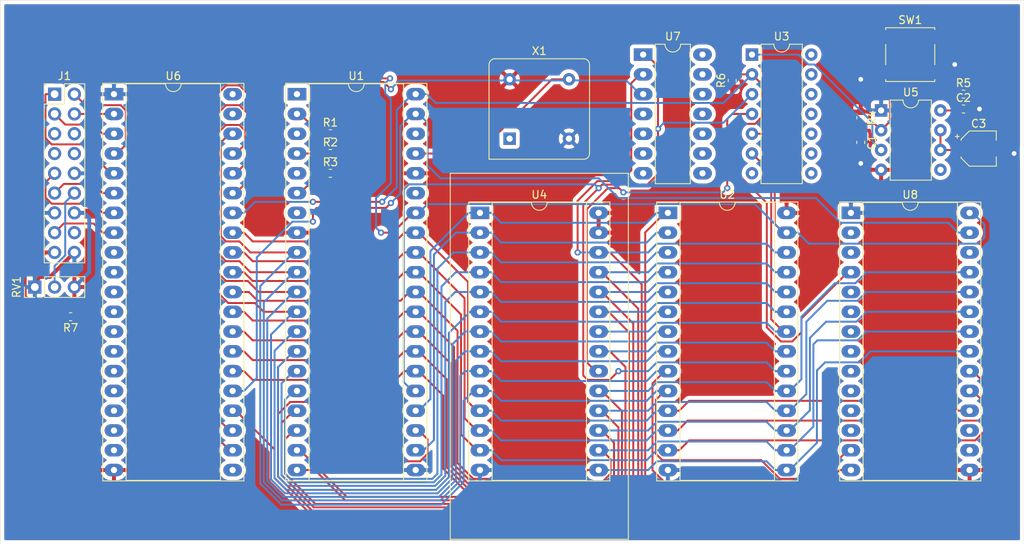
<source format=kicad_pcb>
(kicad_pcb (version 20171130) (host pcbnew "(5.1.4)-1")
  (layers (0 F.Cu signal hide) (31 B.Cu signal hide) (34 B.Paste user) (35 F.Paste user) (36 B.SilkS user) (37 F.SilkS user) (38 B.Mask user) (39 F.Mask user) (44 Edge.Cuts user))
  (net 0 "")
  (net 1 GND)
  (net 2 "Net-(C1-Pad1)")
  (net 3 +5V)
  (net 4 "Net-(C3-Pad1)")
  (net 5 "Net-(R1-Pad1)")
  (net 6 "Net-(R2-Pad1)")
  (net 7 "Net-(R3-Pad1)")
  (net 8 /A11)
  (net 9 /A10)
  (net 10 /A9)
  (net 11 /A8)
  (net 12 /A7)
  (net 13 /A6)
  (net 14 ~WR)
  (net 15 /A5)
  (net 16 /D0)
  (net 17 /A4)
  (net 18 /D1)
  (net 19 /A3)
  (net 20 /D2)
  (net 21 /A2)
  (net 22 /D3)
  (net 23 /A1)
  (net 24 /D4)
  (net 25 /A0)
  (net 26 /D5)
  (net 27 /D6)
  (net 28 /D7)
  (net 29 /A15)
  (net 30 /A14)
  (net 31 /A13)
  (net 32 /A12)
  (net 33 ~RD)
  (net 34 /~CSROM)
  (net 35 "Net-(U3-Pad1)")
  (net 36 "Net-(J1-Pad17)")
  (net 37 /LCD_E2)
  (net 38 "Net-(J1-Pad12)")
  (net 39 /LCD_RS)
  (net 40 /LCD_E1)
  (net 41 /LCD_D4)
  (net 42 /LCD_D5)
  (net 43 /LCD_D6)
  (net 44 /LCD_D7)
  (net 45 /~RESET)
  (net 46 /PHI2)
  (net 47 /CLK)
  (net 48 /V1_CS2B)
  (module Package_DIP:DIP-28_W15.24mm_Socket_LongPads (layer F.Cu) (at 191.135 53.34)
    (fp_text reference U2 (at 7.62 -2.33) (layer F.SilkS))
    (fp_text value 62C256)
    (pad 28 thru_hole oval (at 15.24 0) (size 2.4 1.6) (drill 0.8) (layers *.Cu *.Mask) (net 3 +5V))
    (pad 14 thru_hole oval (at 0 33.02) (size 2.4 1.6) (drill 0.8) (layers *.Cu *.Mask) (net 1 GND))
    (pad 27 thru_hole oval (at 15.24 2.54) (size 2.4 1.6) (drill 0.8) (layers *.Cu *.Mask) (net 14 ~WR))
    (pad 13 thru_hole oval (at 0 30.48) (size 2.4 1.6) (drill 0.8) (layers *.Cu *.Mask) (net 20 /D2))
    (pad 26 thru_hole oval (at 15.24 5.08) (size 2.4 1.6) (drill 0.8) (layers *.Cu *.Mask) (net 31 /A13))
    (pad 12 thru_hole oval (at 0 27.94) (size 2.4 1.6) (drill 0.8) (layers *.Cu *.Mask) (net 18 /D1))
    (pad 25 thru_hole oval (at 15.24 7.62) (size 2.4 1.6) (drill 0.8) (layers *.Cu *.Mask) (net 11 /A8))
    (pad 11 thru_hole oval (at 0 25.4) (size 2.4 1.6) (drill 0.8) (layers *.Cu *.Mask) (net 16 /D0))
    (pad 24 thru_hole oval (at 15.24 10.16) (size 2.4 1.6) (drill 0.8) (layers *.Cu *.Mask) (net 10 /A9))
    (pad 10 thru_hole oval (at 0 22.86) (size 2.4 1.6) (drill 0.8) (layers *.Cu *.Mask) (net 25 /A0))
    (pad 23 thru_hole oval (at 15.24 12.7) (size 2.4 1.6) (drill 0.8) (layers *.Cu *.Mask) (net 8 /A11))
    (pad 9 thru_hole oval (at 0 20.32) (size 2.4 1.6) (drill 0.8) (layers *.Cu *.Mask) (net 23 /A1))
    (pad 22 thru_hole oval (at 15.24 15.24) (size 2.4 1.6) (drill 0.8) (layers *.Cu *.Mask) (net 33 ~RD))
    (pad 8 thru_hole oval (at 0 17.78) (size 2.4 1.6) (drill 0.8) (layers *.Cu *.Mask) (net 21 /A2))
    (pad 21 thru_hole oval (at 15.24 17.78) (size 2.4 1.6) (drill 0.8) (layers *.Cu *.Mask) (net 9 /A10))
    (pad 7 thru_hole oval (at 0 15.24) (size 2.4 1.6) (drill 0.8) (layers *.Cu *.Mask) (net 19 /A3))
    (pad 20 thru_hole oval (at 15.24 20.32) (size 2.4 1.6) (drill 0.8) (layers *.Cu *.Mask) (net 29 /A15))
    (pad 6 thru_hole oval (at 0 12.7) (size 2.4 1.6) (drill 0.8) (layers *.Cu *.Mask) (net 17 /A4))
    (pad 19 thru_hole oval (at 15.24 22.86) (size 2.4 1.6) (drill 0.8) (layers *.Cu *.Mask) (net 28 /D7))
    (pad 5 thru_hole oval (at 0 10.16) (size 2.4 1.6) (drill 0.8) (layers *.Cu *.Mask) (net 15 /A5))
    (pad 18 thru_hole oval (at 15.24 25.4) (size 2.4 1.6) (drill 0.8) (layers *.Cu *.Mask) (net 27 /D6))
    (pad 4 thru_hole oval (at 0 7.62) (size 2.4 1.6) (drill 0.8) (layers *.Cu *.Mask) (net 13 /A6))
    (pad 17 thru_hole oval (at 15.24 27.94) (size 2.4 1.6) (drill 0.8) (layers *.Cu *.Mask) (net 26 /D5))
    (pad 3 thru_hole oval (at 0 5.08) (size 2.4 1.6) (drill 0.8) (layers *.Cu *.Mask) (net 12 /A7))
    (pad 16 thru_hole oval (at 15.24 30.48) (size 2.4 1.6) (drill 0.8) (layers *.Cu *.Mask) (net 24 /D4))
    (pad 2 thru_hole oval (at 0 2.54) (size 2.4 1.6) (drill 0.8) (layers *.Cu *.Mask) (net 32 /A12))
    (pad 15 thru_hole oval (at 15.24 33.02) (size 2.4 1.6) (drill 0.8) (layers *.Cu *.Mask) (net 22 /D3))
    (pad 1 thru_hole rect (at 0 0) (size 2.4 1.6) (drill 0.8) (layers *.Cu *.Mask) (net 30 /A14))
  )
  (module Package_DIP:DIP-14_W7.62mm (layer F.Cu) (at 201.93 33.02)
    (fp_text reference U3 (at 3.81 -2.33) (layer F.SilkS))
    (fp_text value 74LS04)
    (pad 14 thru_hole oval (at 7.62 0) (size 1.6 1.6) (drill 0.8) (layers *.Cu *.Mask))
    (pad 7 thru_hole oval (at 0 15.24) (size 1.6 1.6) (drill 0.8) (layers *.Cu *.Mask))
    (pad 13 thru_hole oval (at 7.62 2.54) (size 1.6 1.6) (drill 0.8) (layers *.Cu *.Mask))
    (pad 6 thru_hole oval (at 0 12.7) (size 1.6 1.6) (drill 0.8) (layers *.Cu *.Mask) (net 33 ~RD))
    (pad 12 thru_hole oval (at 7.62 5.08) (size 1.6 1.6) (drill 0.8) (layers *.Cu *.Mask))
    (pad 5 thru_hole oval (at 0 10.16) (size 1.6 1.6) (drill 0.8) (layers *.Cu *.Mask) (net 14 ~WR))
    (pad 11 thru_hole oval (at 7.62 7.62) (size 1.6 1.6) (drill 0.8) (layers *.Cu *.Mask))
    (pad 4 thru_hole oval (at 0 7.62) (size 1.6 1.6) (drill 0.8) (layers *.Cu *.Mask) (net 34 /~CSROM))
    (pad 10 thru_hole oval (at 7.62 10.16) (size 1.6 1.6) (drill 0.8) (layers *.Cu *.Mask))
    (pad 3 thru_hole oval (at 0 5.08) (size 1.6 1.6) (drill 0.8) (layers *.Cu *.Mask) (net 29 /A15))
    (pad 9 thru_hole oval (at 7.62 12.7) (size 1.6 1.6) (drill 0.8) (layers *.Cu *.Mask))
    (pad 2 thru_hole oval (at 0 2.54) (size 1.6 1.6) (drill 0.8) (layers *.Cu *.Mask) (net 45 /~RESET))
    (pad 8 thru_hole oval (at 7.62 15.24) (size 1.6 1.6) (drill 0.8) (layers *.Cu *.Mask))
    (pad 1 thru_hole rect (at 0 0) (size 1.6 1.6) (drill 0.8) (layers *.Cu *.Mask) (net 35 "Net-(U3-Pad1)"))
  )
  (module Package_DIP:DIP-28_W15.24mm_Socket_LongPads (layer F.Cu) (at 167.005 53.34)
    (fp_text reference U4 (at 7.62 -2.33) (layer F.SilkS))
    (fp_text value 28C256)
    (pad 28 thru_hole oval (at 15.24 0) (size 2.4 1.6) (drill 0.8) (layers *.Cu *.Mask) (net 3 +5V))
    (pad 14 thru_hole oval (at 0 33.02) (size 2.4 1.6) (drill 0.8) (layers *.Cu *.Mask) (net 1 GND))
    (pad 27 thru_hole oval (at 15.24 2.54) (size 2.4 1.6) (drill 0.8) (layers *.Cu *.Mask) (net 3 +5V))
    (pad 13 thru_hole oval (at 0 30.48) (size 2.4 1.6) (drill 0.8) (layers *.Cu *.Mask) (net 20 /D2))
    (pad 26 thru_hole oval (at 15.24 5.08) (size 2.4 1.6) (drill 0.8) (layers *.Cu *.Mask) (net 31 /A13))
    (pad 12 thru_hole oval (at 0 27.94) (size 2.4 1.6) (drill 0.8) (layers *.Cu *.Mask) (net 18 /D1))
    (pad 25 thru_hole oval (at 15.24 7.62) (size 2.4 1.6) (drill 0.8) (layers *.Cu *.Mask) (net 11 /A8))
    (pad 11 thru_hole oval (at 0 25.4) (size 2.4 1.6) (drill 0.8) (layers *.Cu *.Mask) (net 16 /D0))
    (pad 24 thru_hole oval (at 15.24 10.16) (size 2.4 1.6) (drill 0.8) (layers *.Cu *.Mask) (net 10 /A9))
    (pad 10 thru_hole oval (at 0 22.86) (size 2.4 1.6) (drill 0.8) (layers *.Cu *.Mask) (net 25 /A0))
    (pad 23 thru_hole oval (at 15.24 12.7) (size 2.4 1.6) (drill 0.8) (layers *.Cu *.Mask) (net 8 /A11))
    (pad 9 thru_hole oval (at 0 20.32) (size 2.4 1.6) (drill 0.8) (layers *.Cu *.Mask) (net 23 /A1))
    (pad 22 thru_hole oval (at 15.24 15.24) (size 2.4 1.6) (drill 0.8) (layers *.Cu *.Mask) (net 33 ~RD))
    (pad 8 thru_hole oval (at 0 17.78) (size 2.4 1.6) (drill 0.8) (layers *.Cu *.Mask) (net 21 /A2))
    (pad 21 thru_hole oval (at 15.24 17.78) (size 2.4 1.6) (drill 0.8) (layers *.Cu *.Mask) (net 9 /A10))
    (pad 7 thru_hole oval (at 0 15.24) (size 2.4 1.6) (drill 0.8) (layers *.Cu *.Mask) (net 19 /A3))
    (pad 20 thru_hole oval (at 15.24 20.32) (size 2.4 1.6) (drill 0.8) (layers *.Cu *.Mask) (net 34 /~CSROM))
    (pad 6 thru_hole oval (at 0 12.7) (size 2.4 1.6) (drill 0.8) (layers *.Cu *.Mask) (net 17 /A4))
    (pad 19 thru_hole oval (at 15.24 22.86) (size 2.4 1.6) (drill 0.8) (layers *.Cu *.Mask) (net 28 /D7))
    (pad 5 thru_hole oval (at 0 10.16) (size 2.4 1.6) (drill 0.8) (layers *.Cu *.Mask) (net 15 /A5))
    (pad 18 thru_hole oval (at 15.24 25.4) (size 2.4 1.6) (drill 0.8) (layers *.Cu *.Mask) (net 27 /D6))
    (pad 4 thru_hole oval (at 0 7.62) (size 2.4 1.6) (drill 0.8) (layers *.Cu *.Mask) (net 13 /A6))
    (pad 17 thru_hole oval (at 15.24 27.94) (size 2.4 1.6) (drill 0.8) (layers *.Cu *.Mask) (net 26 /D5))
    (pad 3 thru_hole oval (at 0 5.08) (size 2.4 1.6) (drill 0.8) (layers *.Cu *.Mask) (net 12 /A7))
    (pad 16 thru_hole oval (at 15.24 30.48) (size 2.4 1.6) (drill 0.8) (layers *.Cu *.Mask) (net 24 /D4))
    (pad 2 thru_hole oval (at 0 2.54) (size 2.4 1.6) (drill 0.8) (layers *.Cu *.Mask) (net 32 /A12))
    (pad 15 thru_hole oval (at 15.24 33.02) (size 2.4 1.6) (drill 0.8) (layers *.Cu *.Mask) (net 22 /D3))
    (pad 1 thru_hole rect (at 0 0) (size 2.4 1.6) (drill 0.8) (layers *.Cu *.Mask) (net 30 /A14))
  )
  (module Package_DIP:DIP-40_W15.24mm_Socket_LongPads (layer F.Cu) (at 143.51 38.1)
    (fp_text reference U1 (at 7.62 -2.33) (layer F.SilkS))
    (fp_text value 65C02)
    (pad 40 thru_hole oval (at 15.24 0) (size 2.4 1.6) (drill 0.8) (layers *.Cu *.Mask) (net 45 /~RESET))
    (pad 20 thru_hole oval (at 0 48.26) (size 2.4 1.6) (drill 0.8) (layers *.Cu *.Mask) (net 8 /A11))
    (pad 39 thru_hole oval (at 15.24 2.54) (size 2.4 1.6) (drill 0.8) (layers *.Cu *.Mask) (net 46 /PHI2))
    (pad 19 thru_hole oval (at 0 45.72) (size 2.4 1.6) (drill 0.8) (layers *.Cu *.Mask) (net 9 /A10))
    (pad 38 thru_hole oval (at 15.24 5.08) (size 2.4 1.6) (drill 0.8) (layers *.Cu *.Mask))
    (pad 18 thru_hole oval (at 0 43.18) (size 2.4 1.6) (drill 0.8) (layers *.Cu *.Mask) (net 10 /A9))
    (pad 37 thru_hole oval (at 15.24 7.62) (size 2.4 1.6) (drill 0.8) (layers *.Cu *.Mask) (net 47 /CLK))
    (pad 17 thru_hole oval (at 0 40.64) (size 2.4 1.6) (drill 0.8) (layers *.Cu *.Mask) (net 11 /A8))
    (pad 36 thru_hole oval (at 15.24 10.16) (size 2.4 1.6) (drill 0.8) (layers *.Cu *.Mask) (net 3 +5V))
    (pad 16 thru_hole oval (at 0 38.1) (size 2.4 1.6) (drill 0.8) (layers *.Cu *.Mask) (net 12 /A7))
    (pad 35 thru_hole oval (at 15.24 12.7) (size 2.4 1.6) (drill 0.8) (layers *.Cu *.Mask))
    (pad 15 thru_hole oval (at 0 35.56) (size 2.4 1.6) (drill 0.8) (layers *.Cu *.Mask) (net 13 /A6))
    (pad 34 thru_hole oval (at 15.24 15.24) (size 2.4 1.6) (drill 0.8) (layers *.Cu *.Mask) (net 14 ~WR))
    (pad 14 thru_hole oval (at 0 33.02) (size 2.4 1.6) (drill 0.8) (layers *.Cu *.Mask) (net 15 /A5))
    (pad 33 thru_hole oval (at 15.24 17.78) (size 2.4 1.6) (drill 0.8) (layers *.Cu *.Mask) (net 16 /D0))
    (pad 13 thru_hole oval (at 0 30.48) (size 2.4 1.6) (drill 0.8) (layers *.Cu *.Mask) (net 17 /A4))
    (pad 32 thru_hole oval (at 15.24 20.32) (size 2.4 1.6) (drill 0.8) (layers *.Cu *.Mask) (net 18 /D1))
    (pad 12 thru_hole oval (at 0 27.94) (size 2.4 1.6) (drill 0.8) (layers *.Cu *.Mask) (net 19 /A3))
    (pad 31 thru_hole oval (at 15.24 22.86) (size 2.4 1.6) (drill 0.8) (layers *.Cu *.Mask) (net 20 /D2))
    (pad 11 thru_hole oval (at 0 25.4) (size 2.4 1.6) (drill 0.8) (layers *.Cu *.Mask) (net 21 /A2))
    (pad 30 thru_hole oval (at 15.24 25.4) (size 2.4 1.6) (drill 0.8) (layers *.Cu *.Mask) (net 22 /D3))
    (pad 10 thru_hole oval (at 0 22.86) (size 2.4 1.6) (drill 0.8) (layers *.Cu *.Mask) (net 23 /A1))
    (pad 29 thru_hole oval (at 15.24 27.94) (size 2.4 1.6) (drill 0.8) (layers *.Cu *.Mask) (net 24 /D4))
    (pad 9 thru_hole oval (at 0 20.32) (size 2.4 1.6) (drill 0.8) (layers *.Cu *.Mask) (net 25 /A0))
    (pad 28 thru_hole oval (at 15.24 30.48) (size 2.4 1.6) (drill 0.8) (layers *.Cu *.Mask) (net 26 /D5))
    (pad 8 thru_hole oval (at 0 17.78) (size 2.4 1.6) (drill 0.8) (layers *.Cu *.Mask) (net 3 +5V))
    (pad 27 thru_hole oval (at 15.24 33.02) (size 2.4 1.6) (drill 0.8) (layers *.Cu *.Mask) (net 27 /D6))
    (pad 7 thru_hole oval (at 0 15.24) (size 2.4 1.6) (drill 0.8) (layers *.Cu *.Mask))
    (pad 26 thru_hole oval (at 15.24 35.56) (size 2.4 1.6) (drill 0.8) (layers *.Cu *.Mask) (net 28 /D7))
    (pad 6 thru_hole oval (at 0 12.7) (size 2.4 1.6) (drill 0.8) (layers *.Cu *.Mask) (net 7 "Net-(R3-Pad1)"))
    (pad 25 thru_hole oval (at 15.24 38.1) (size 2.4 1.6) (drill 0.8) (layers *.Cu *.Mask) (net 29 /A15))
    (pad 5 thru_hole oval (at 0 10.16) (size 2.4 1.6) (drill 0.8) (layers *.Cu *.Mask))
    (pad 24 thru_hole oval (at 15.24 40.64) (size 2.4 1.6) (drill 0.8) (layers *.Cu *.Mask) (net 30 /A14))
    (pad 4 thru_hole oval (at 0 7.62) (size 2.4 1.6) (drill 0.8) (layers *.Cu *.Mask) (net 6 "Net-(R2-Pad1)"))
    (pad 23 thru_hole oval (at 15.24 43.18) (size 2.4 1.6) (drill 0.8) (layers *.Cu *.Mask) (net 31 /A13))
    (pad 3 thru_hole oval (at 0 5.08) (size 2.4 1.6) (drill 0.8) (layers *.Cu *.Mask))
    (pad 22 thru_hole oval (at 15.24 45.72) (size 2.4 1.6) (drill 0.8) (layers *.Cu *.Mask) (net 32 /A12))
    (pad 2 thru_hole oval (at 0 2.54) (size 2.4 1.6) (drill 0.8) (layers *.Cu *.Mask) (net 5 "Net-(R1-Pad1)"))
    (pad 21 thru_hole oval (at 15.24 48.26) (size 2.4 1.6) (drill 0.8) (layers *.Cu *.Mask) (net 1 GND))
    (pad 1 thru_hole rect (at 0 0) (size 2.4 1.6) (drill 0.8) (layers *.Cu *.Mask))
  )
  (module Package_DIP:DIP-28_W15.24mm_Socket_LongPads (layer F.Cu) (at 214.63 53.34)
    (fp_text reference U8 (at 7.62 -2.33) (layer F.SilkS))
    (fp_text value 65C51S)
    (pad 28 thru_hole oval (at 15.24 0) (size 2.4 1.6) (drill 0.8) (layers *.Cu *.Mask) (net 14 ~WR))
    (pad 14 thru_hole oval (at 0 33.02) (size 2.4 1.6) (drill 0.8) (layers *.Cu *.Mask) (net 23 /A1))
    (pad 27 thru_hole oval (at 15.24 2.54) (size 2.4 1.6) (drill 0.8) (layers *.Cu *.Mask) (net 46 /PHI2))
    (pad 13 thru_hole oval (at 0 30.48) (size 2.4 1.6) (drill 0.8) (layers *.Cu *.Mask) (net 25 /A0))
    (pad 26 thru_hole oval (at 15.24 5.08) (size 2.4 1.6) (drill 0.8) (layers *.Cu *.Mask))
    (pad 12 thru_hole oval (at 0 27.94) (size 2.4 1.6) (drill 0.8) (layers *.Cu *.Mask))
    (pad 25 thru_hole oval (at 15.24 7.62) (size 2.4 1.6) (drill 0.8) (layers *.Cu *.Mask) (net 28 /D7))
    (pad 11 thru_hole oval (at 0 25.4) (size 2.4 1.6) (drill 0.8) (layers *.Cu *.Mask))
    (pad 24 thru_hole oval (at 15.24 10.16) (size 2.4 1.6) (drill 0.8) (layers *.Cu *.Mask) (net 27 /D6))
    (pad 10 thru_hole oval (at 0 22.86) (size 2.4 1.6) (drill 0.8) (layers *.Cu *.Mask))
    (pad 23 thru_hole oval (at 15.24 12.7) (size 2.4 1.6) (drill 0.8) (layers *.Cu *.Mask) (net 26 /D5))
    (pad 9 thru_hole oval (at 0 20.32) (size 2.4 1.6) (drill 0.8) (layers *.Cu *.Mask))
    (pad 22 thru_hole oval (at 15.24 15.24) (size 2.4 1.6) (drill 0.8) (layers *.Cu *.Mask) (net 24 /D4))
    (pad 8 thru_hole oval (at 0 17.78) (size 2.4 1.6) (drill 0.8) (layers *.Cu *.Mask))
    (pad 21 thru_hole oval (at 15.24 17.78) (size 2.4 1.6) (drill 0.8) (layers *.Cu *.Mask) (net 22 /D3))
    (pad 7 thru_hole oval (at 0 15.24) (size 2.4 1.6) (drill 0.8) (layers *.Cu *.Mask))
    (pad 20 thru_hole oval (at 15.24 20.32) (size 2.4 1.6) (drill 0.8) (layers *.Cu *.Mask) (net 20 /D2))
    (pad 6 thru_hole oval (at 0 12.7) (size 2.4 1.6) (drill 0.8) (layers *.Cu *.Mask))
    (pad 19 thru_hole oval (at 15.24 22.86) (size 2.4 1.6) (drill 0.8) (layers *.Cu *.Mask) (net 18 /D1))
    (pad 5 thru_hole oval (at 0 10.16) (size 2.4 1.6) (drill 0.8) (layers *.Cu *.Mask))
    (pad 18 thru_hole oval (at 15.24 25.4) (size 2.4 1.6) (drill 0.8) (layers *.Cu *.Mask) (net 16 /D0))
    (pad 4 thru_hole oval (at 0 7.62) (size 2.4 1.6) (drill 0.8) (layers *.Cu *.Mask) (net 45 /~RESET))
    (pad 17 thru_hole oval (at 15.24 27.94) (size 2.4 1.6) (drill 0.8) (layers *.Cu *.Mask))
    (pad 3 thru_hole oval (at 0 5.08) (size 2.4 1.6) (drill 0.8) (layers *.Cu *.Mask))
    (pad 16 thru_hole oval (at 15.24 30.48) (size 2.4 1.6) (drill 0.8) (layers *.Cu *.Mask))
    (pad 2 thru_hole oval (at 0 2.54) (size 2.4 1.6) (drill 0.8) (layers *.Cu *.Mask))
    (pad 15 thru_hole oval (at 15.24 33.02) (size 2.4 1.6) (drill 0.8) (layers *.Cu *.Mask) (net 3 +5V))
    (pad 1 thru_hole rect (at 0 0) (size 2.4 1.6) (drill 0.8) (layers *.Cu *.Mask) (net 1 GND))
  )
  (module Package_DIP:DIP-14_W7.62mm_LongPads (layer F.Cu) (at 187.96 33.02)
    (fp_text reference U7 (at 3.81 -2.33) (layer F.SilkS))
    (fp_text value 74LS32)
    (pad 14 thru_hole oval (at 7.62 0) (size 2.4 1.6) (drill 0.8) (layers *.Cu *.Mask))
    (pad 7 thru_hole oval (at 0 15.24) (size 2.4 1.6) (drill 0.8) (layers *.Cu *.Mask))
    (pad 13 thru_hole oval (at 7.62 2.54) (size 2.4 1.6) (drill 0.8) (layers *.Cu *.Mask))
    (pad 6 thru_hole oval (at 0 12.7) (size 2.4 1.6) (drill 0.8) (layers *.Cu *.Mask))
    (pad 12 thru_hole oval (at 7.62 5.08) (size 2.4 1.6) (drill 0.8) (layers *.Cu *.Mask))
    (pad 5 thru_hole oval (at 0 10.16) (size 2.4 1.6) (drill 0.8) (layers *.Cu *.Mask))
    (pad 11 thru_hole oval (at 7.62 7.62) (size 2.4 1.6) (drill 0.8) (layers *.Cu *.Mask))
    (pad 4 thru_hole oval (at 0 7.62) (size 2.4 1.6) (drill 0.8) (layers *.Cu *.Mask))
    (pad 10 thru_hole oval (at 7.62 10.16) (size 2.4 1.6) (drill 0.8) (layers *.Cu *.Mask))
    (pad 3 thru_hole oval (at 0 5.08) (size 2.4 1.6) (drill 0.8) (layers *.Cu *.Mask) (net 48 /V1_CS2B))
    (pad 9 thru_hole oval (at 7.62 12.7) (size 2.4 1.6) (drill 0.8) (layers *.Cu *.Mask))
    (pad 2 thru_hole oval (at 0 2.54) (size 2.4 1.6) (drill 0.8) (layers *.Cu *.Mask) (net 31 /A13))
    (pad 8 thru_hole oval (at 7.62 15.24) (size 2.4 1.6) (drill 0.8) (layers *.Cu *.Mask))
    (pad 1 thru_hole rect (at 0 0) (size 2.4 1.6) (drill 0.8) (layers *.Cu *.Mask) (net 29 /A15))
  )
  (module Package_DIP:DIP-40_W15.24mm_Socket_LongPads (layer F.Cu) (at 120.015 38.1)
    (fp_text reference U6 (at 7.62 -2.33) (layer F.SilkS))
    (fp_text value 65C22)
    (pad 40 thru_hole oval (at 15.24 0) (size 2.4 1.6) (drill 0.8) (layers *.Cu *.Mask))
    (pad 20 thru_hole oval (at 0 48.26) (size 2.4 1.6) (drill 0.8) (layers *.Cu *.Mask) (net 3 +5V))
    (pad 39 thru_hole oval (at 15.24 2.54) (size 2.4 1.6) (drill 0.8) (layers *.Cu *.Mask))
    (pad 19 thru_hole oval (at 0 45.72) (size 2.4 1.6) (drill 0.8) (layers *.Cu *.Mask))
    (pad 38 thru_hole oval (at 15.24 5.08) (size 2.4 1.6) (drill 0.8) (layers *.Cu *.Mask) (net 25 /A0))
    (pad 18 thru_hole oval (at 0 43.18) (size 2.4 1.6) (drill 0.8) (layers *.Cu *.Mask))
    (pad 37 thru_hole oval (at 15.24 7.62) (size 2.4 1.6) (drill 0.8) (layers *.Cu *.Mask) (net 23 /A1))
    (pad 17 thru_hole oval (at 0 40.64) (size 2.4 1.6) (drill 0.8) (layers *.Cu *.Mask))
    (pad 36 thru_hole oval (at 15.24 10.16) (size 2.4 1.6) (drill 0.8) (layers *.Cu *.Mask) (net 21 /A2))
    (pad 16 thru_hole oval (at 0 38.1) (size 2.4 1.6) (drill 0.8) (layers *.Cu *.Mask))
    (pad 35 thru_hole oval (at 15.24 12.7) (size 2.4 1.6) (drill 0.8) (layers *.Cu *.Mask) (net 19 /A3))
    (pad 15 thru_hole oval (at 0 35.56) (size 2.4 1.6) (drill 0.8) (layers *.Cu *.Mask))
    (pad 34 thru_hole oval (at 15.24 15.24) (size 2.4 1.6) (drill 0.8) (layers *.Cu *.Mask) (net 45 /~RESET))
    (pad 14 thru_hole oval (at 0 33.02) (size 2.4 1.6) (drill 0.8) (layers *.Cu *.Mask))
    (pad 33 thru_hole oval (at 15.24 17.78) (size 2.4 1.6) (drill 0.8) (layers *.Cu *.Mask) (net 16 /D0))
    (pad 13 thru_hole oval (at 0 30.48) (size 2.4 1.6) (drill 0.8) (layers *.Cu *.Mask))
    (pad 32 thru_hole oval (at 15.24 20.32) (size 2.4 1.6) (drill 0.8) (layers *.Cu *.Mask) (net 18 /D1))
    (pad 12 thru_hole oval (at 0 27.94) (size 2.4 1.6) (drill 0.8) (layers *.Cu *.Mask))
    (pad 31 thru_hole oval (at 15.24 22.86) (size 2.4 1.6) (drill 0.8) (layers *.Cu *.Mask) (net 20 /D2))
    (pad 11 thru_hole oval (at 0 25.4) (size 2.4 1.6) (drill 0.8) (layers *.Cu *.Mask))
    (pad 30 thru_hole oval (at 15.24 25.4) (size 2.4 1.6) (drill 0.8) (layers *.Cu *.Mask) (net 22 /D3))
    (pad 10 thru_hole oval (at 0 22.86) (size 2.4 1.6) (drill 0.8) (layers *.Cu *.Mask))
    (pad 29 thru_hole oval (at 15.24 27.94) (size 2.4 1.6) (drill 0.8) (layers *.Cu *.Mask) (net 24 /D4))
    (pad 9 thru_hole oval (at 0 20.32) (size 2.4 1.6) (drill 0.8) (layers *.Cu *.Mask))
    (pad 28 thru_hole oval (at 15.24 30.48) (size 2.4 1.6) (drill 0.8) (layers *.Cu *.Mask) (net 26 /D5))
    (pad 8 thru_hole oval (at 0 17.78) (size 2.4 1.6) (drill 0.8) (layers *.Cu *.Mask) (net 37 /LCD_E2))
    (pad 27 thru_hole oval (at 15.24 33.02) (size 2.4 1.6) (drill 0.8) (layers *.Cu *.Mask) (net 27 /D6))
    (pad 7 thru_hole oval (at 0 15.24) (size 2.4 1.6) (drill 0.8) (layers *.Cu *.Mask) (net 40 /LCD_E1))
    (pad 26 thru_hole oval (at 15.24 35.56) (size 2.4 1.6) (drill 0.8) (layers *.Cu *.Mask) (net 28 /D7))
    (pad 6 thru_hole oval (at 0 12.7) (size 2.4 1.6) (drill 0.8) (layers *.Cu *.Mask) (net 39 /LCD_RS))
    (pad 25 thru_hole oval (at 15.24 38.1) (size 2.4 1.6) (drill 0.8) (layers *.Cu *.Mask) (net 46 /PHI2))
    (pad 5 thru_hole oval (at 0 10.16) (size 2.4 1.6) (drill 0.8) (layers *.Cu *.Mask) (net 44 /LCD_D7))
    (pad 24 thru_hole oval (at 15.24 40.64) (size 2.4 1.6) (drill 0.8) (layers *.Cu *.Mask) (net 30 /A14))
    (pad 4 thru_hole oval (at 0 7.62) (size 2.4 1.6) (drill 0.8) (layers *.Cu *.Mask) (net 43 /LCD_D6))
    (pad 23 thru_hole oval (at 15.24 43.18) (size 2.4 1.6) (drill 0.8) (layers *.Cu *.Mask) (net 48 /V1_CS2B))
    (pad 3 thru_hole oval (at 0 5.08) (size 2.4 1.6) (drill 0.8) (layers *.Cu *.Mask) (net 42 /LCD_D5))
    (pad 22 thru_hole oval (at 15.24 45.72) (size 2.4 1.6) (drill 0.8) (layers *.Cu *.Mask) (net 14 ~WR))
    (pad 2 thru_hole oval (at 0 2.54) (size 2.4 1.6) (drill 0.8) (layers *.Cu *.Mask) (net 41 /LCD_D4))
    (pad 21 thru_hole oval (at 15.24 48.26) (size 2.4 1.6) (drill 0.8) (layers *.Cu *.Mask))
    (pad 1 thru_hole rect (at 0 0) (size 2.4 1.6) (drill 0.8) (layers *.Cu *.Mask) (net 1 GND))
  )
  (module Connector_PinHeader_2.54mm:PinHeader_1x03_P2.54mm_Vertical (layer F.Cu) (at 109.855 62.865 90)
    (fp_text reference RV1 (at 0 -2.33 90) (layer F.SilkS))
    (fp_text value 10k)
    (pad 3 thru_hole oval (at 0 5.08 90) (size 1.7 1.7) (drill 1) (layers *.Cu *.Mask) (net 3 +5V))
    (pad 2 thru_hole oval (at 0 2.54 90) (size 1.7 1.7) (drill 1) (layers *.Cu *.Mask) (net 38 "Net-(J1-Pad12)"))
    (pad 1 thru_hole rect (at 0 0 90) (size 1.7 1.7) (drill 1) (layers *.Cu *.Mask) (net 1 GND))
  )
  (module Resistor_SMD:R_0603_1608Metric (layer F.Cu) (at 114.4525 66.675 180)
    (fp_text reference R7 (at 0 -1.43) (layer F.SilkS))
    (fp_text value 150)
    (pad 2 smd roundrect (at 0.7875 0 180) (size 0.875 0.95) (layers F.Cu F.Paste F.Mask) (net 36 "Net-(J1-Pad17)"))
    (pad 1 smd roundrect (at -0.7875 0 180) (size 0.875 0.95) (layers F.Cu F.Paste F.Mask) (net 3 +5V))
  )
  (module Connector_PinHeader_2.54mm:PinHeader_2x09_P2.54mm_Vertical (layer F.Cu) (at 112.395 38.1)
    (fp_text reference J1 (at 1.27 -2.33) (layer F.SilkS))
    (fp_text value Conn_02x09_Odd_Even)
    (pad 18 thru_hole oval (at 2.54 20.32) (size 1.7 1.7) (drill 1) (layers *.Cu *.Mask) (net 1 GND))
    (pad 17 thru_hole oval (at 0 20.32) (size 1.7 1.7) (drill 1) (layers *.Cu *.Mask) (net 36 "Net-(J1-Pad17)"))
    (pad 16 thru_hole oval (at 2.54 17.78) (size 1.7 1.7) (drill 1) (layers *.Cu *.Mask))
    (pad 15 thru_hole oval (at 0 17.78) (size 1.7 1.7) (drill 1) (layers *.Cu *.Mask) (net 37 /LCD_E2))
    (pad 14 thru_hole oval (at 2.54 15.24) (size 1.7 1.7) (drill 1) (layers *.Cu *.Mask) (net 3 +5V))
    (pad 13 thru_hole oval (at 0 15.24) (size 1.7 1.7) (drill 1) (layers *.Cu *.Mask) (net 1 GND))
    (pad 12 thru_hole oval (at 2.54 12.7) (size 1.7 1.7) (drill 1) (layers *.Cu *.Mask) (net 38 "Net-(J1-Pad12)"))
    (pad 11 thru_hole oval (at 0 12.7) (size 1.7 1.7) (drill 1) (layers *.Cu *.Mask) (net 39 /LCD_RS))
    (pad 10 thru_hole oval (at 2.54 10.16) (size 1.7 1.7) (drill 1) (layers *.Cu *.Mask) (net 1 GND))
    (pad 9 thru_hole oval (at 0 10.16) (size 1.7 1.7) (drill 1) (layers *.Cu *.Mask) (net 40 /LCD_E1))
    (pad 8 thru_hole oval (at 2.54 7.62) (size 1.7 1.7) (drill 1) (layers *.Cu *.Mask))
    (pad 7 thru_hole oval (at 0 7.62) (size 1.7 1.7) (drill 1) (layers *.Cu *.Mask))
    (pad 6 thru_hole oval (at 2.54 5.08) (size 1.7 1.7) (drill 1) (layers *.Cu *.Mask))
    (pad 5 thru_hole oval (at 0 5.08) (size 1.7 1.7) (drill 1) (layers *.Cu *.Mask))
    (pad 4 thru_hole oval (at 2.54 2.54) (size 1.7 1.7) (drill 1) (layers *.Cu *.Mask) (net 41 /LCD_D4))
    (pad 3 thru_hole oval (at 0 2.54) (size 1.7 1.7) (drill 1) (layers *.Cu *.Mask) (net 42 /LCD_D5))
    (pad 2 thru_hole oval (at 2.54 0) (size 1.7 1.7) (drill 1) (layers *.Cu *.Mask) (net 43 /LCD_D6))
    (pad 1 thru_hole rect (at 0 0) (size 1.7 1.7) (drill 1) (layers *.Cu *.Mask) (net 44 /LCD_D7))
  )
  (module Oscillator:Oscillator_DIP-8 (layer F.Cu) (at 170.815 43.815)
    (fp_text reference X1 (at 3.81 -11.26) (layer F.SilkS))
    (fp_text value MXO-45HST)
    (pad 4 thru_hole circle (at 7.62 0) (size 1.6 1.6) (drill 0.8) (layers *.Cu *.Mask) (net 1 GND))
    (pad 5 thru_hole circle (at 7.62 -7.62) (size 1.6 1.6) (drill 0.8) (layers *.Cu *.Mask) (net 47 /CLK))
    (pad 8 thru_hole circle (at 0 -7.62) (size 1.6 1.6) (drill 0.8) (layers *.Cu *.Mask) (net 3 +5V))
    (pad 1 thru_hole rect (at 0 0) (size 1.6 1.6) (drill 0.8) (layers *.Cu *.Mask))
  )
  (module Package_DIP:DIP-8_W7.62mm (layer F.Cu) (at 218.51 40.19)
    (fp_text reference U5 (at 3.81 -2.33) (layer F.SilkS))
    (fp_text value LM555)
    (pad 8 thru_hole oval (at 7.62 0) (size 1.6 1.6) (drill 0.8) (layers *.Cu *.Mask) (net 3 +5V))
    (pad 4 thru_hole oval (at 0 7.62) (size 1.6 1.6) (drill 0.8) (layers *.Cu *.Mask) (net 3 +5V))
    (pad 7 thru_hole oval (at 7.62 2.54) (size 1.6 1.6) (drill 0.8) (layers *.Cu *.Mask) (net 4 "Net-(C3-Pad1)"))
    (pad 3 thru_hole oval (at 0 5.08) (size 1.6 1.6) (drill 0.8) (layers *.Cu *.Mask) (net 35 "Net-(U3-Pad1)"))
    (pad 6 thru_hole oval (at 7.62 5.08) (size 1.6 1.6) (drill 0.8) (layers *.Cu *.Mask) (net 4 "Net-(C3-Pad1)"))
    (pad 2 thru_hole oval (at 0 2.54) (size 1.6 1.6) (drill 0.8) (layers *.Cu *.Mask) (net 2 "Net-(C1-Pad1)"))
    (pad 5 thru_hole oval (at 7.62 7.62) (size 1.6 1.6) (drill 0.8) (layers *.Cu *.Mask))
    (pad 1 thru_hole rect (at 0 0) (size 1.6 1.6) (drill 0.8) (layers *.Cu *.Mask) (net 1 GND))
  )
  (module Button_Switch_SMD:SW_SPST_B3S-1000 (layer F.Cu) (at 222.25 33.02 180)
    (fp_text reference SW1 (at 0 4.445) (layer F.SilkS))
    (fp_text value SW_Push)
    (pad 2 smd rect (at 3.975 2.25 180) (size 1.55 1.3) (layers F.Cu F.Paste F.Mask) (net 2 "Net-(C1-Pad1)"))
    (pad 2 smd rect (at -3.975 2.25 180) (size 1.55 1.3) (layers F.Cu F.Paste F.Mask) (net 2 "Net-(C1-Pad1)"))
    (pad 1 smd rect (at 3.975 -2.25 180) (size 1.55 1.3) (layers F.Cu F.Paste F.Mask) (net 1 GND))
    (pad 1 smd rect (at -3.975 -2.25 180) (size 1.55 1.3) (layers F.Cu F.Paste F.Mask) (net 1 GND))
  )
  (module Resistor_SMD:R_0603_1608Metric (layer F.Cu) (at 199.39 36.3475 90)
    (fp_text reference R6 (at 0 -1.43 90) (layer F.SilkS))
    (fp_text value 1k)
    (pad 2 smd roundrect (at 0.7875 0 90) (size 0.875 0.95) (layers F.Cu F.Paste F.Mask) (net 45 /~RESET))
    (pad 1 smd roundrect (at -0.7875 0 90) (size 0.875 0.95) (layers F.Cu F.Paste F.Mask) (net 3 +5V))
  )
  (module Resistor_SMD:R_0603_1608Metric (layer F.Cu) (at 229.0825 38.1)
    (fp_text reference R5 (at 0 -1.43) (layer F.SilkS))
    (fp_text value 30k)
    (pad 2 smd roundrect (at 0.7875 0) (size 0.875 0.95) (layers F.Cu F.Paste F.Mask) (net 4 "Net-(C3-Pad1)"))
    (pad 1 smd roundrect (at -0.7875 0) (size 0.875 0.95) (layers F.Cu F.Paste F.Mask) (net 3 +5V))
  )
  (module Resistor_SMD:R_0603_1608Metric (layer F.Cu) (at 215.9 41.1225 270)
    (fp_text reference R4 (at 0 -1.43 90) (layer F.SilkS))
    (fp_text value 1M)
    (pad 2 smd roundrect (at 0.7875 0 270) (size 0.875 0.95) (layers F.Cu F.Paste F.Mask) (net 2 "Net-(C1-Pad1)"))
    (pad 1 smd roundrect (at -0.7875 0 270) (size 0.875 0.95) (layers F.Cu F.Paste F.Mask) (net 3 +5V))
  )
  (module Resistor_SMD:R_0603_1608Metric (layer F.Cu) (at 147.8025 48.26)
    (fp_text reference R3 (at 0 -1.43) (layer F.SilkS))
    (fp_text value 1k)
    (pad 2 smd roundrect (at 0.7875 0) (size 0.875 0.95) (layers F.Cu F.Paste F.Mask) (net 3 +5V))
    (pad 1 smd roundrect (at -0.7875 0) (size 0.875 0.95) (layers F.Cu F.Paste F.Mask) (net 7 "Net-(R3-Pad1)"))
  )
  (module Resistor_SMD:R_0603_1608Metric (layer F.Cu) (at 147.8025 45.72)
    (fp_text reference R2 (at 0 -1.43) (layer F.SilkS))
    (fp_text value 1k)
    (pad 2 smd roundrect (at 0.7875 0) (size 0.875 0.95) (layers F.Cu F.Paste F.Mask) (net 3 +5V))
    (pad 1 smd roundrect (at -0.7875 0) (size 0.875 0.95) (layers F.Cu F.Paste F.Mask) (net 6 "Net-(R2-Pad1)"))
  )
  (module Resistor_SMD:R_0603_1608Metric (layer F.Cu) (at 147.8025 43.18)
    (fp_text reference R1 (at 0 -1.43) (layer F.SilkS))
    (fp_text value 1k)
    (pad 2 smd roundrect (at 0.7875 0) (size 0.875 0.95) (layers F.Cu F.Paste F.Mask) (net 3 +5V))
    (pad 1 smd roundrect (at -0.7875 0) (size 0.875 0.95) (layers F.Cu F.Paste F.Mask) (net 5 "Net-(R1-Pad1)"))
  )
  (module Capacitor_SMD:CP_Elec_4x3 (layer F.Cu) (at 231.035 45.085)
    (fp_text reference C3 (at 0 -3.2) (layer F.SilkS))
    (fp_text value 10u)
    (pad 2 smd roundrect (at 1.8 0) (size 2.6 1.6) (layers F.Cu F.Paste F.Mask) (roundrect_rratio 0.15625) (net 1 GND))
    (pad 1 smd roundrect (at -1.8 0) (size 2.6 1.6) (layers F.Cu F.Paste F.Mask) (roundrect_rratio 0.15625) (net 4 "Net-(C3-Pad1)"))
  )
  (module Capacitor_SMD:C_0603_1608Metric (layer F.Cu) (at 229.0825 40.005)
    (fp_text reference C2 (at 0 -1.43) (layer F.SilkS))
    (fp_text value C)
    (pad 2 smd roundrect (at 0.7875 0) (size 0.875 0.95) (layers F.Cu F.Paste F.Mask) (net 1 GND))
    (pad 1 smd roundrect (at -0.7875 0) (size 0.875 0.95) (layers F.Cu F.Paste F.Mask) (net 3 +5V))
  )
  (module Capacitor_SMD:C_0603_1608Metric (layer F.Cu) (at 215.9 44.2975 270)
    (fp_text reference C1 (at 0 -1.43 90) (layer F.SilkS))
    (fp_text value 100n)
    (pad 2 smd roundrect (at 0.7875 0 270) (size 0.875 0.95) (layers F.Cu F.Paste F.Mask) (net 1 GND))
    (pad 1 smd roundrect (at -0.7875 0 270) (size 0.875 0.95) (layers F.Cu F.Paste F.Mask) (net 2 "Net-(C1-Pad1)"))
  )
  (gr_line (start 163.195 95.25) (end 163.195 93.345) (layer F.SilkS) (width 0.12))
  (gr_line (start 186.055 95.25) (end 186.055 93.345) (layer F.SilkS) (width 0.12))
  (gr_line (start 105.41 95.885) (end 105.41 93.98) (layer Edge.Cuts) (width 0.05))
  (gr_line (start 236.855 95.885) (end 236.855 93.98) (layer Edge.Cuts) (width 0.05))
  (gr_line (start 163.195 49.53) (end 163.195 48.26) (layer F.SilkS) (width 0.12))
  (gr_line (start 186.055 48.26) (end 186.055 49.53) (layer F.SilkS) (width 0.12))
  (gr_line (start 163.195 95.25) (end 186.055 95.25) (layer F.SilkS) (width 0.12))
  (gr_line (start 163.195 49.53) (end 163.195 93.345) (layer F.SilkS) (width 0.12))
  (gr_line (start 186.055 49.53) (end 186.055 93.345) (layer F.SilkS) (width 0.12))
  (gr_line (start 163.195 48.26) (end 186.055 48.26) (layer F.SilkS) (width 0.12))
  (gr_line (start 105.41 26.035) (end 236.855 26.035) (layer Edge.Cuts) (width 0.05))
  (gr_line (start 105.41 93.98) (end 105.41 26.035) (layer Edge.Cuts) (width 0.05))
  (gr_line (start 236.855 95.885) (end 105.41 95.885) (layer Edge.Cuts) (width 0.05))
  (gr_line (start 236.855 26.035) (end 236.855 93.98) (layer Edge.Cuts) (width 0.05))
  (segment (start 109.855 62.865) (end 109.855 62.23) (width 0.5) (layer F.Cu) (net 1))
  (segment (start 114.085001 59.269999) (end 114.935 58.42) (width 0.5) (layer F.Cu) (net 1))
  (segment (start 111.790001 61.564999) (end 114.085001 59.269999) (width 0.5) (layer F.Cu) (net 1))
  (segment (start 110.520001 61.564999) (end 111.790001 61.564999) (width 0.5) (layer F.Cu) (net 1))
  (segment (start 109.855 62.23) (end 110.520001 61.564999) (width 0.5) (layer F.Cu) (net 1))
  (via (at 215.9 36.195) (size 1) (drill 0.6) (layers F.Cu B.Cu) (net 1))
  (segment (start 218.275 35.27) (end 216.825 35.27) (width 0.5) (layer F.Cu) (net 1))
  (segment (start 216.825 35.27) (end 215.9 36.195) (width 0.5) (layer F.Cu) (net 1))
  (via (at 215.9 46.99) (size 1) (drill 0.6) (layers F.Cu B.Cu) (net 1))
  (segment (start 215.9 45.085) (end 215.9 46.99) (width 0.5) (layer F.Cu) (net 1))
  (via (at 235.585 45.72) (size 1) (drill 0.6) (layers F.Cu B.Cu) (net 1))
  (segment (start 232.835 45.085) (end 234.95 45.085) (width 0.5) (layer F.Cu) (net 1))
  (segment (start 234.95 45.085) (end 235.585 45.72) (width 0.5) (layer F.Cu) (net 1))
  (via (at 227.965 34.29) (size 1) (drill 0.6) (layers F.Cu B.Cu) (net 1))
  (segment (start 227.04 35.27) (end 226.225 35.27) (width 0.5) (layer F.Cu) (net 1))
  (segment (start 227.965 34.29) (end 227.04 35.27) (width 0.5) (layer F.Cu) (net 1))
  (via (at 231.14 40.005) (size 1) (drill 0.6) (layers F.Cu B.Cu) (net 1))
  (segment (start 229.87 40.005) (end 231.14 40.005) (width 0.5) (layer F.Cu) (net 1))
  (segment (start 157.3 73.66) (end 158.75 73.66) (width 0.25) (layer F.Cu) (net 28))
  (segment (start 156.17499 74.78501) (end 157.3 73.66) (width 0.25) (layer F.Cu) (net 28))
  (segment (start 137.83001 74.78501) (end 156.17499 74.78501) (width 0.25) (layer F.Cu) (net 28))
  (segment (start 136.705 73.66) (end 137.83001 74.78501) (width 0.25) (layer F.Cu) (net 28))
  (segment (start 135.255 73.66) (end 136.705 73.66) (width 0.25) (layer F.Cu) (net 28))
  (segment (start 157.3 71.12) (end 158.75 71.12) (width 0.25) (layer F.Cu) (net 27))
  (segment (start 156.17499 72.24501) (end 157.3 71.12) (width 0.25) (layer F.Cu) (net 27))
  (segment (start 137.83001 72.24501) (end 156.17499 72.24501) (width 0.25) (layer F.Cu) (net 27))
  (segment (start 136.705 71.12) (end 137.83001 72.24501) (width 0.25) (layer F.Cu) (net 27))
  (segment (start 135.255 71.12) (end 136.705 71.12) (width 0.25) (layer F.Cu) (net 27))
  (segment (start 157.3 68.58) (end 158.75 68.58) (width 0.25) (layer F.Cu) (net 26))
  (segment (start 156.17499 69.70501) (end 157.3 68.58) (width 0.25) (layer F.Cu) (net 26))
  (segment (start 137.83001 69.70501) (end 156.17499 69.70501) (width 0.25) (layer F.Cu) (net 26))
  (segment (start 136.705 68.58) (end 137.83001 69.70501) (width 0.25) (layer F.Cu) (net 26))
  (segment (start 135.255 68.58) (end 136.705 68.58) (width 0.25) (layer F.Cu) (net 26))
  (segment (start 157.3 66.04) (end 158.75 66.04) (width 0.25) (layer F.Cu) (net 24))
  (segment (start 156.17499 67.16501) (end 157.3 66.04) (width 0.25) (layer F.Cu) (net 24))
  (segment (start 137.83001 67.16501) (end 156.17499 67.16501) (width 0.25) (layer F.Cu) (net 24))
  (segment (start 136.705 66.04) (end 137.83001 67.16501) (width 0.25) (layer F.Cu) (net 24))
  (segment (start 135.255 66.04) (end 136.705 66.04) (width 0.25) (layer F.Cu) (net 24))
  (segment (start 157.935 63.5) (end 159.385 63.5) (width 0.25) (layer F.Cu) (net 22))
  (segment (start 156.80999 64.62501) (end 157.935 63.5) (width 0.25) (layer F.Cu) (net 22))
  (segment (start 138.46501 64.62501) (end 156.80999 64.62501) (width 0.25) (layer F.Cu) (net 22))
  (segment (start 137.34 63.5) (end 138.46501 64.62501) (width 0.25) (layer F.Cu) (net 22))
  (segment (start 135.89 63.5) (end 137.34 63.5) (width 0.25) (layer F.Cu) (net 22))
  (segment (start 157.3 60.96) (end 158.75 60.96) (width 0.25) (layer F.Cu) (net 20))
  (segment (start 156.17499 62.08501) (end 157.3 60.96) (width 0.25) (layer F.Cu) (net 20))
  (segment (start 137.83001 62.08501) (end 156.17499 62.08501) (width 0.25) (layer F.Cu) (net 20))
  (segment (start 136.705 60.96) (end 137.83001 62.08501) (width 0.25) (layer F.Cu) (net 20))
  (segment (start 135.255 60.96) (end 136.705 60.96) (width 0.25) (layer F.Cu) (net 20))
  (segment (start 157.3 58.42) (end 158.75 58.42) (width 0.25) (layer F.Cu) (net 18))
  (segment (start 156.17499 59.54501) (end 157.3 58.42) (width 0.25) (layer F.Cu) (net 18))
  (segment (start 137.83001 59.54501) (end 156.17499 59.54501) (width 0.25) (layer F.Cu) (net 18))
  (segment (start 136.705 58.42) (end 137.83001 59.54501) (width 0.25) (layer F.Cu) (net 18))
  (segment (start 135.255 58.42) (end 136.705 58.42) (width 0.25) (layer F.Cu) (net 18))
  (segment (start 204.925 73.66) (end 206.375 73.66) (width 0.25) (layer B.Cu) (net 29))
  (segment (start 203.79999 72.53499) (end 204.925 73.66) (width 0.25) (layer B.Cu) (net 29))
  (segment (start 189.72001 72.53499) (end 203.79999 72.53499) (width 0.25) (layer B.Cu) (net 29))
  (segment (start 188.595 73.66) (end 189.72001 72.53499) (width 0.25) (layer B.Cu) (net 29))
  (segment (start 204.925 86.36) (end 206.375 86.36) (width 0.25) (layer B.Cu) (net 22))
  (segment (start 203.79999 85.23499) (end 204.925 86.36) (width 0.25) (layer B.Cu) (net 22))
  (segment (start 189.72001 85.23499) (end 203.79999 85.23499) (width 0.25) (layer B.Cu) (net 22))
  (segment (start 188.595 86.36) (end 189.72001 85.23499) (width 0.25) (layer B.Cu) (net 22))
  (segment (start 182.245 86.36) (end 188.595 86.36) (width 0.25) (layer B.Cu) (net 22))
  (segment (start 204.925 83.82) (end 206.375 83.82) (width 0.25) (layer B.Cu) (net 24))
  (segment (start 203.79999 82.69499) (end 204.925 83.82) (width 0.25) (layer B.Cu) (net 24))
  (segment (start 189.72001 82.69499) (end 203.79999 82.69499) (width 0.25) (layer B.Cu) (net 24))
  (segment (start 188.595 83.82) (end 189.72001 82.69499) (width 0.25) (layer B.Cu) (net 24))
  (segment (start 182.245 83.82) (end 188.595 83.82) (width 0.25) (layer B.Cu) (net 24))
  (segment (start 204.925 81.28) (end 206.375 81.28) (width 0.25) (layer B.Cu) (net 26))
  (segment (start 203.79999 80.15499) (end 204.925 81.28) (width 0.25) (layer B.Cu) (net 26))
  (segment (start 189.72001 80.15499) (end 203.79999 80.15499) (width 0.25) (layer B.Cu) (net 26))
  (segment (start 188.595 81.28) (end 189.72001 80.15499) (width 0.25) (layer B.Cu) (net 26))
  (segment (start 182.245 81.28) (end 188.595 81.28) (width 0.25) (layer B.Cu) (net 26))
  (segment (start 204.925 78.74) (end 206.375 78.74) (width 0.25) (layer B.Cu) (net 27))
  (segment (start 203.79999 77.61499) (end 204.925 78.74) (width 0.25) (layer B.Cu) (net 27))
  (segment (start 189.72001 77.61499) (end 203.79999 77.61499) (width 0.25) (layer B.Cu) (net 27))
  (segment (start 188.595 78.74) (end 189.72001 77.61499) (width 0.25) (layer B.Cu) (net 27))
  (segment (start 182.245 78.74) (end 188.595 78.74) (width 0.25) (layer B.Cu) (net 27))
  (segment (start 204.925 76.2) (end 206.375 76.2) (width 0.25) (layer B.Cu) (net 28))
  (segment (start 203.79999 75.07499) (end 204.925 76.2) (width 0.25) (layer B.Cu) (net 28))
  (segment (start 189.72001 75.07499) (end 203.79999 75.07499) (width 0.25) (layer B.Cu) (net 28))
  (segment (start 188.595 76.2) (end 189.72001 75.07499) (width 0.25) (layer B.Cu) (net 28))
  (segment (start 182.245 76.2) (end 188.595 76.2) (width 0.25) (layer B.Cu) (net 28))
  (segment (start 204.925 71.12) (end 206.375 71.12) (width 0.25) (layer B.Cu) (net 9))
  (segment (start 203.79999 69.99499) (end 204.925 71.12) (width 0.25) (layer B.Cu) (net 9))
  (segment (start 189.72001 69.99499) (end 203.79999 69.99499) (width 0.25) (layer B.Cu) (net 9))
  (segment (start 188.595 71.12) (end 189.72001 69.99499) (width 0.25) (layer B.Cu) (net 9))
  (segment (start 182.245 71.12) (end 188.595 71.12) (width 0.25) (layer B.Cu) (net 9))
  (segment (start 204.925 68.58) (end 206.375 68.58) (width 0.25) (layer B.Cu) (net 33))
  (segment (start 203.79999 67.45499) (end 204.925 68.58) (width 0.25) (layer B.Cu) (net 33))
  (segment (start 189.72001 67.45499) (end 203.79999 67.45499) (width 0.25) (layer B.Cu) (net 33))
  (segment (start 188.595 68.58) (end 189.72001 67.45499) (width 0.25) (layer B.Cu) (net 33))
  (segment (start 182.245 68.58) (end 188.595 68.58) (width 0.25) (layer B.Cu) (net 33))
  (segment (start 204.925 66.04) (end 206.375 66.04) (width 0.25) (layer B.Cu) (net 8))
  (segment (start 203.79999 64.91499) (end 204.925 66.04) (width 0.25) (layer B.Cu) (net 8))
  (segment (start 189.72001 64.91499) (end 203.79999 64.91499) (width 0.25) (layer B.Cu) (net 8))
  (segment (start 188.595 66.04) (end 189.72001 64.91499) (width 0.25) (layer B.Cu) (net 8))
  (segment (start 182.245 66.04) (end 188.595 66.04) (width 0.25) (layer B.Cu) (net 8))
  (segment (start 204.925 63.5) (end 206.375 63.5) (width 0.25) (layer B.Cu) (net 10))
  (segment (start 203.79999 62.37499) (end 204.925 63.5) (width 0.25) (layer B.Cu) (net 10))
  (segment (start 189.72001 62.37499) (end 203.79999 62.37499) (width 0.25) (layer B.Cu) (net 10))
  (segment (start 188.595 63.5) (end 189.72001 62.37499) (width 0.25) (layer B.Cu) (net 10))
  (segment (start 182.245 63.5) (end 188.595 63.5) (width 0.25) (layer B.Cu) (net 10))
  (segment (start 204.925 60.96) (end 206.375 60.96) (width 0.25) (layer B.Cu) (net 11))
  (segment (start 203.79999 59.83499) (end 204.925 60.96) (width 0.25) (layer B.Cu) (net 11))
  (segment (start 189.72001 59.83499) (end 203.79999 59.83499) (width 0.25) (layer B.Cu) (net 11))
  (segment (start 188.595 60.96) (end 189.72001 59.83499) (width 0.25) (layer B.Cu) (net 11))
  (segment (start 182.245 60.96) (end 188.595 60.96) (width 0.25) (layer B.Cu) (net 11))
  (segment (start 189.685 83.82) (end 188.415 85.09) (width 0.25) (layer B.Cu) (net 20))
  (segment (start 168.455 83.82) (end 167.005 83.82) (width 0.25) (layer B.Cu) (net 20))
  (segment (start 169.725 85.09) (end 168.455 83.82) (width 0.25) (layer B.Cu) (net 20))
  (segment (start 188.415 85.09) (end 169.725 85.09) (width 0.25) (layer B.Cu) (net 20))
  (segment (start 191.135 83.82) (end 189.685 83.82) (width 0.25) (layer B.Cu) (net 20))
  (segment (start 189.685 81.28) (end 188.415 82.55) (width 0.25) (layer B.Cu) (net 18))
  (segment (start 168.455 81.28) (end 167.005 81.28) (width 0.25) (layer B.Cu) (net 18))
  (segment (start 169.725 82.55) (end 168.455 81.28) (width 0.25) (layer B.Cu) (net 18))
  (segment (start 188.415 82.55) (end 169.725 82.55) (width 0.25) (layer B.Cu) (net 18))
  (segment (start 191.135 81.28) (end 189.685 81.28) (width 0.25) (layer B.Cu) (net 18))
  (segment (start 189.685 78.74) (end 188.415 80.01) (width 0.25) (layer B.Cu) (net 16))
  (segment (start 168.455 78.74) (end 167.005 78.74) (width 0.25) (layer B.Cu) (net 16))
  (segment (start 169.725 80.01) (end 168.455 78.74) (width 0.25) (layer B.Cu) (net 16))
  (segment (start 188.415 80.01) (end 169.725 80.01) (width 0.25) (layer B.Cu) (net 16))
  (segment (start 191.135 78.74) (end 189.685 78.74) (width 0.25) (layer B.Cu) (net 16))
  (segment (start 189.685 76.2) (end 188.415 77.47) (width 0.25) (layer B.Cu) (net 25))
  (segment (start 168.455 76.2) (end 167.005 76.2) (width 0.25) (layer B.Cu) (net 25))
  (segment (start 169.725 77.47) (end 168.455 76.2) (width 0.25) (layer B.Cu) (net 25))
  (segment (start 188.415 77.47) (end 169.725 77.47) (width 0.25) (layer B.Cu) (net 25))
  (segment (start 191.135 76.2) (end 189.685 76.2) (width 0.25) (layer B.Cu) (net 25))
  (segment (start 189.685 73.66) (end 188.415 74.93) (width 0.25) (layer B.Cu) (net 23))
  (segment (start 168.455 73.66) (end 167.005 73.66) (width 0.25) (layer B.Cu) (net 23))
  (segment (start 169.725 74.93) (end 168.455 73.66) (width 0.25) (layer B.Cu) (net 23))
  (segment (start 188.415 74.93) (end 169.725 74.93) (width 0.25) (layer B.Cu) (net 23))
  (segment (start 191.135 73.66) (end 189.685 73.66) (width 0.25) (layer B.Cu) (net 23))
  (segment (start 189.685 71.12) (end 188.415 72.39) (width 0.25) (layer B.Cu) (net 21))
  (segment (start 168.455 71.12) (end 167.005 71.12) (width 0.25) (layer B.Cu) (net 21))
  (segment (start 169.725 72.39) (end 168.455 71.12) (width 0.25) (layer B.Cu) (net 21))
  (segment (start 188.415 72.39) (end 169.725 72.39) (width 0.25) (layer B.Cu) (net 21))
  (segment (start 191.135 71.12) (end 189.685 71.12) (width 0.25) (layer B.Cu) (net 21))
  (segment (start 189.685 68.58) (end 188.415 69.85) (width 0.25) (layer B.Cu) (net 19))
  (segment (start 168.455 68.58) (end 167.005 68.58) (width 0.25) (layer B.Cu) (net 19))
  (segment (start 169.725 69.85) (end 168.455 68.58) (width 0.25) (layer B.Cu) (net 19))
  (segment (start 188.415 69.85) (end 169.725 69.85) (width 0.25) (layer B.Cu) (net 19))
  (segment (start 191.135 68.58) (end 189.685 68.58) (width 0.25) (layer B.Cu) (net 19))
  (segment (start 189.685 66.04) (end 188.415 67.31) (width 0.25) (layer B.Cu) (net 17))
  (segment (start 168.455 66.04) (end 167.005 66.04) (width 0.25) (layer B.Cu) (net 17))
  (segment (start 169.725 67.31) (end 168.455 66.04) (width 0.25) (layer B.Cu) (net 17))
  (segment (start 188.415 67.31) (end 169.725 67.31) (width 0.25) (layer B.Cu) (net 17))
  (segment (start 191.135 66.04) (end 189.685 66.04) (width 0.25) (layer B.Cu) (net 17))
  (segment (start 189.685 63.5) (end 188.415 64.77) (width 0.25) (layer B.Cu) (net 15))
  (segment (start 168.455 63.5) (end 167.005 63.5) (width 0.25) (layer B.Cu) (net 15))
  (segment (start 169.725 64.77) (end 168.455 63.5) (width 0.25) (layer B.Cu) (net 15))
  (segment (start 188.415 64.77) (end 169.725 64.77) (width 0.25) (layer B.Cu) (net 15))
  (segment (start 191.135 63.5) (end 189.685 63.5) (width 0.25) (layer B.Cu) (net 15))
  (segment (start 189.685 60.96) (end 188.415 62.23) (width 0.25) (layer B.Cu) (net 13))
  (segment (start 168.455 60.96) (end 167.005 60.96) (width 0.25) (layer B.Cu) (net 13))
  (segment (start 169.725 62.23) (end 168.455 60.96) (width 0.25) (layer B.Cu) (net 13))
  (segment (start 188.415 62.23) (end 169.725 62.23) (width 0.25) (layer B.Cu) (net 13))
  (segment (start 191.135 60.96) (end 189.685 60.96) (width 0.25) (layer B.Cu) (net 13))
  (segment (start 189.685 58.42) (end 188.415 59.69) (width 0.25) (layer B.Cu) (net 12))
  (segment (start 168.455 58.42) (end 167.005 58.42) (width 0.25) (layer B.Cu) (net 12))
  (segment (start 169.725 59.69) (end 168.455 58.42) (width 0.25) (layer B.Cu) (net 12))
  (segment (start 188.415 59.69) (end 169.725 59.69) (width 0.25) (layer B.Cu) (net 12))
  (segment (start 191.135 58.42) (end 189.685 58.42) (width 0.25) (layer B.Cu) (net 12))
  (segment (start 189.685 55.88) (end 188.415 57.15) (width 0.25) (layer B.Cu) (net 32))
  (segment (start 169.725 57.15) (end 168.455 55.88) (width 0.25) (layer B.Cu) (net 32))
  (segment (start 188.415 57.15) (end 169.725 57.15) (width 0.25) (layer B.Cu) (net 32))
  (segment (start 191.135 55.88) (end 189.685 55.88) (width 0.25) (layer B.Cu) (net 32))
  (segment (start 218.51 42.73) (end 217.69 41.91) (width 0.25) (layer F.Cu) (net 2))
  (segment (start 217.69 41.91) (end 215.9 41.91) (width 0.25) (layer F.Cu) (net 2))
  (segment (start 215.9 43.51) (end 215.9 41.91) (width 0.25) (layer F.Cu) (net 2))
  (segment (start 219.309999 41.930001) (end 218.51 42.73) (width 0.25) (layer F.Cu) (net 2))
  (segment (start 219.635001 41.604999) (end 219.309999 41.930001) (width 0.25) (layer F.Cu) (net 2))
  (segment (start 219.635001 32.005001) (end 219.635001 41.604999) (width 0.25) (layer F.Cu) (net 2))
  (segment (start 218.4 30.77) (end 219.635001 32.005001) (width 0.25) (layer F.Cu) (net 2))
  (segment (start 218.275 30.77) (end 218.4 30.77) (width 0.25) (layer F.Cu) (net 2))
  (segment (start 218.275 30.77) (end 226.225 30.77) (width 0.25) (layer F.Cu) (net 2))
  (segment (start 228.415 40.19) (end 228.6 40.005) (width 0.25) (layer F.Cu) (net 3))
  (segment (start 226.13 40.19) (end 228.415 40.19) (width 0.25) (layer F.Cu) (net 3))
  (segment (start 114.935 53.34) (end 116.205 53.34) (width 0.5) (layer B.Cu) (net 3))
  (segment (start 116.205 53.34) (end 116.84 53.975) (width 0.5) (layer B.Cu) (net 3))
  (segment (start 116.84 60.96) (end 114.935 62.865) (width 0.5) (layer B.Cu) (net 3))
  (segment (start 116.84 53.975) (end 116.84 60.96) (width 0.5) (layer B.Cu) (net 3))
  (segment (start 228.295 40.005) (end 228.295 38.1) (width 0.5) (layer F.Cu) (net 3))
  (segment (start 226.13 45.27) (end 226.13 42.73) (width 0.25) (layer F.Cu) (net 4))
  (segment (start 229.05 45.27) (end 229.235 45.085) (width 0.25) (layer F.Cu) (net 4))
  (segment (start 226.13 45.27) (end 229.05 45.27) (width 0.25) (layer F.Cu) (net 4))
  (segment (start 230.10571 44.21429) (end 229.235 45.085) (width 0.25) (layer F.Cu) (net 4))
  (segment (start 231.965001 42.354999) (end 230.10571 44.21429) (width 0.25) (layer F.Cu) (net 4))
  (segment (start 231.965001 39.608999) (end 231.965001 42.354999) (width 0.25) (layer F.Cu) (net 4))
  (segment (start 230.456002 38.1) (end 231.965001 39.608999) (width 0.25) (layer F.Cu) (net 4))
  (segment (start 229.87 38.1) (end 230.456002 38.1) (width 0.25) (layer F.Cu) (net 4))
  (segment (start 146.4775 43.18) (end 147.015 43.18) (width 0.25) (layer F.Cu) (net 5))
  (segment (start 146.45 43.18) (end 146.4775 43.18) (width 0.25) (layer F.Cu) (net 5))
  (segment (start 143.91 40.64) (end 146.45 43.18) (width 0.25) (layer F.Cu) (net 5))
  (segment (start 143.51 40.64) (end 143.91 40.64) (width 0.25) (layer F.Cu) (net 5))
  (segment (start 143.51 45.72) (end 147.015 45.72) (width 0.25) (layer F.Cu) (net 6))
  (segment (start 146.4775 48.26) (end 147.015 48.26) (width 0.25) (layer F.Cu) (net 7))
  (segment (start 146.45 48.26) (end 146.4775 48.26) (width 0.25) (layer F.Cu) (net 7))
  (segment (start 143.91 50.8) (end 146.45 48.26) (width 0.25) (layer F.Cu) (net 7))
  (segment (start 143.51 50.8) (end 143.91 50.8) (width 0.25) (layer F.Cu) (net 7))
  (segment (start 145.81359 86.36) (end 149.703618 90.250028) (width 0.25) (layer F.Cu) (net 8))
  (segment (start 143.51 86.36) (end 145.81359 86.36) (width 0.25) (layer F.Cu) (net 8))
  (segment (start 186.135028 87.643024) (end 186.135028 68.660028) (width 0.25) (layer F.Cu) (net 8))
  (segment (start 149.703618 90.250028) (end 183.528024 90.250028) (width 0.25) (layer F.Cu) (net 8))
  (segment (start 183.528024 90.250028) (end 186.135028 87.643024) (width 0.25) (layer F.Cu) (net 8))
  (segment (start 186.135028 68.660028) (end 183.515 66.04) (width 0.25) (layer F.Cu) (net 8))
  (segment (start 183.515 66.04) (end 182.245 66.04) (width 0.25) (layer F.Cu) (net 8))
  (segment (start 143.91 83.82) (end 143.51 83.82) (width 0.25) (layer F.Cu) (net 9))
  (segment (start 182.245 71.12) (end 183.695 71.12) (width 0.25) (layer F.Cu) (net 9))
  (segment (start 185.68502 73.11002) (end 185.685019 87.456625) (width 0.25) (layer F.Cu) (net 9))
  (segment (start 185.685019 87.456625) (end 183.341624 89.800018) (width 0.25) (layer F.Cu) (net 9))
  (segment (start 183.341624 89.800018) (end 149.890018 89.800018) (width 0.25) (layer F.Cu) (net 9))
  (segment (start 183.695 71.12) (end 185.68502 73.11002) (width 0.25) (layer F.Cu) (net 9))
  (segment (start 149.890018 89.800018) (end 143.91 83.82) (width 0.25) (layer F.Cu) (net 9))
  (segment (start 182.645 63.5) (end 186.69 67.545) (width 0.25) (layer F.Cu) (net 10))
  (segment (start 182.245 63.5) (end 182.645 63.5) (width 0.25) (layer F.Cu) (net 10))
  (segment (start 143.11 81.28) (end 143.51 81.28) (width 0.25) (layer F.Cu) (net 10))
  (segment (start 141.98499 82.40501) (end 143.11 81.28) (width 0.25) (layer F.Cu) (net 10))
  (segment (start 141.98499 86.825994) (end 141.98499 82.40501) (width 0.25) (layer F.Cu) (net 10))
  (segment (start 145.859034 90.700038) (end 141.98499 86.825994) (width 0.25) (layer F.Cu) (net 10))
  (segment (start 183.714424 90.700038) (end 145.859034 90.700038) (width 0.25) (layer F.Cu) (net 10))
  (segment (start 186.69 87.724462) (end 183.714424 90.700038) (width 0.25) (layer F.Cu) (net 10))
  (segment (start 186.69 67.545) (end 186.69 87.724462) (width 0.25) (layer F.Cu) (net 10))
  (segment (start 141.534981 87.012395) (end 145.672634 91.150048) (width 0.25) (layer F.Cu) (net 11))
  (segment (start 141.534981 80.315019) (end 141.534981 87.012395) (width 0.25) (layer F.Cu) (net 11))
  (segment (start 143.51 78.74) (end 143.11 78.74) (width 0.25) (layer F.Cu) (net 11))
  (segment (start 143.11 78.74) (end 141.534981 80.315019) (width 0.25) (layer F.Cu) (net 11))
  (segment (start 183.900825 91.150047) (end 187.325 87.725872) (width 0.25) (layer F.Cu) (net 11))
  (segment (start 145.672634 91.150048) (end 183.900825 91.150047) (width 0.25) (layer F.Cu) (net 11))
  (segment (start 182.645 60.96) (end 182.245 60.96) (width 0.25) (layer F.Cu) (net 11))
  (segment (start 187.325 65.64) (end 182.645 60.96) (width 0.25) (layer F.Cu) (net 11))
  (segment (start 187.325 87.725872) (end 187.325 65.64) (width 0.25) (layer F.Cu) (net 11))
  (segment (start 163.619016 58.42) (end 167.64 58.42) (width 0.25) (layer B.Cu) (net 12))
  (segment (start 161.54501 60.494006) (end 163.619016 58.42) (width 0.25) (layer B.Cu) (net 12))
  (segment (start 161.54501 86.825994) (end 161.54501 60.494006) (width 0.25) (layer B.Cu) (net 12))
  (segment (start 143.11 76.2) (end 141.98499 77.32501) (width 0.25) (layer B.Cu) (net 12))
  (segment (start 143.51 76.2) (end 143.11 76.2) (width 0.25) (layer B.Cu) (net 12))
  (segment (start 141.98499 77.32501) (end 141.98499 86.825994) (width 0.25) (layer B.Cu) (net 12))
  (segment (start 141.98499 86.825994) (end 142.644006 87.48501) (width 0.25) (layer B.Cu) (net 12))
  (segment (start 142.644006 87.48501) (end 160.885994 87.48501) (width 0.25) (layer B.Cu) (net 12))
  (segment (start 160.885994 87.48501) (end 161.54501 86.825994) (width 0.25) (layer B.Cu) (net 12))
  (segment (start 162.06504 62.79498) (end 163.90002 60.96) (width 0.25) (layer B.Cu) (net 13))
  (segment (start 143.11 73.66) (end 141.53498 75.23502) (width 0.25) (layer B.Cu) (net 13))
  (segment (start 141.53498 75.23502) (end 141.534981 87.012395) (width 0.25) (layer B.Cu) (net 13))
  (segment (start 163.90002 60.96) (end 167.64 60.96) (width 0.25) (layer B.Cu) (net 13))
  (segment (start 143.51 73.66) (end 143.11 73.66) (width 0.25) (layer B.Cu) (net 13))
  (segment (start 141.534981 87.012395) (end 142.457606 87.93502) (width 0.25) (layer B.Cu) (net 13))
  (segment (start 162.06504 86.942374) (end 162.06504 62.79498) (width 0.25) (layer B.Cu) (net 13))
  (segment (start 142.457606 87.93502) (end 161.072395 87.935019) (width 0.25) (layer B.Cu) (net 13))
  (segment (start 161.072395 87.935019) (end 162.06504 86.942374) (width 0.25) (layer B.Cu) (net 13))
  (segment (start 205.975 55.88) (end 206.375 55.88) (width 0.25) (layer B.Cu) (net 14))
  (segment (start 202.309999 52.214999) (end 205.975 55.88) (width 0.25) (layer B.Cu) (net 14))
  (segment (start 160.275001 52.214999) (end 202.309999 52.214999) (width 0.25) (layer B.Cu) (net 14))
  (segment (start 159.15 53.34) (end 160.275001 52.214999) (width 0.25) (layer B.Cu) (net 14))
  (segment (start 158.75 53.34) (end 159.15 53.34) (width 0.25) (layer B.Cu) (net 14))
  (segment (start 158.35 53.34) (end 158.75 53.34) (width 0.25) (layer F.Cu) (net 14))
  (segment (start 135.255 83.82) (end 134.855 83.82) (width 0.25) (layer F.Cu) (net 14))
  (segment (start 134.855 83.82) (end 131.445 80.41) (width 0.25) (layer F.Cu) (net 14))
  (segment (start 131.445 80.41) (end 131.445 38.646176) (width 0.25) (layer F.Cu) (net 14))
  (segment (start 131.445 38.646176) (end 134.016205 36.074971) (width 0.25) (layer F.Cu) (net 14))
  (segment (start 134.016205 36.074971) (end 155.45497 36.07497) (width 0.25) (layer F.Cu) (net 14))
  (via (at 154.305 55.88) (size 0.8) (drill 0.4) (layers F.Cu B.Cu) (net 14))
  (segment (start 158.35 53.34) (end 155.81 55.88) (width 0.25) (layer F.Cu) (net 14))
  (segment (start 155.81 55.88) (end 154.305 55.88) (width 0.25) (layer F.Cu) (net 14))
  (segment (start 153.67 55.245) (end 153.67 51.435) (width 0.25) (layer B.Cu) (net 14))
  (segment (start 154.305 55.88) (end 153.67 55.245) (width 0.25) (layer B.Cu) (net 14))
  (segment (start 153.67 51.435) (end 155.575 49.53) (width 0.25) (layer B.Cu) (net 14))
  (segment (start 155.575 49.53) (end 155.575 38.735) (width 0.25) (layer B.Cu) (net 14))
  (via (at 155.45497 36.07497) (size 0.8) (drill 0.4) (layers F.Cu B.Cu) (net 14))
  (segment (start 154.849999 36.679941) (end 155.45497 36.07497) (width 0.25) (layer B.Cu) (net 14))
  (segment (start 154.849999 38.009999) (end 154.849999 36.679941) (width 0.25) (layer B.Cu) (net 14))
  (segment (start 155.575 38.735) (end 154.849999 38.009999) (width 0.25) (layer B.Cu) (net 14))
  (segment (start 201.93 43.18) (end 203.2 43.18) (width 0.25) (layer F.Cu) (net 14))
  (segment (start 205.975 55.88) (end 206.375 55.88) (width 0.25) (layer F.Cu) (net 14))
  (segment (start 204.84999 54.75499) (end 205.975 55.88) (width 0.25) (layer F.Cu) (net 14))
  (segment (start 204.84999 44.82999) (end 204.84999 54.75499) (width 0.25) (layer F.Cu) (net 14))
  (segment (start 203.2 43.18) (end 204.84999 44.82999) (width 0.25) (layer F.Cu) (net 14))
  (segment (start 207.825 55.88) (end 206.375 55.88) (width 0.25) (layer B.Cu) (net 14))
  (segment (start 229.87 53.34) (end 230.27 53.34) (width 0.25) (layer B.Cu) (net 14))
  (segment (start 230.27 53.34) (end 231.775 54.845) (width 0.25) (layer B.Cu) (net 14))
  (segment (start 231.775 54.845) (end 231.775 56.515) (width 0.25) (layer B.Cu) (net 14))
  (segment (start 231.775 56.515) (end 230.99501 57.29499) (width 0.25) (layer B.Cu) (net 14))
  (segment (start 230.99501 57.29499) (end 209.23999 57.29499) (width 0.25) (layer B.Cu) (net 14))
  (segment (start 209.23999 57.29499) (end 207.825 55.88) (width 0.25) (layer B.Cu) (net 14))
  (segment (start 143.51 71.12) (end 143.91 71.12) (width 0.25) (layer B.Cu) (net 15))
  (segment (start 163.83 63.5) (end 167.64 63.5) (width 0.25) (layer B.Cu) (net 15))
  (segment (start 162.56 64.77) (end 163.83 63.5) (width 0.25) (layer B.Cu) (net 15))
  (segment (start 143.11 71.12) (end 141.084972 73.145028) (width 0.25) (layer B.Cu) (net 15))
  (segment (start 143.51 71.12) (end 143.11 71.12) (width 0.25) (layer B.Cu) (net 15))
  (segment (start 162.56 87.083824) (end 162.56 64.77) (width 0.25) (layer B.Cu) (net 15))
  (segment (start 141.084972 87.198796) (end 142.271207 88.385029) (width 0.25) (layer B.Cu) (net 15))
  (segment (start 141.084972 73.145028) (end 141.084972 87.198796) (width 0.25) (layer B.Cu) (net 15))
  (segment (start 142.271207 88.385029) (end 161.258796 88.385028) (width 0.25) (layer B.Cu) (net 15))
  (segment (start 161.258796 88.385028) (end 162.56 87.083824) (width 0.25) (layer B.Cu) (net 15))
  (segment (start 166.605 78.74) (end 167.005 78.74) (width 0.25) (layer F.Cu) (net 16))
  (segment (start 165.47999 77.61499) (end 166.605 78.74) (width 0.25) (layer F.Cu) (net 16))
  (segment (start 165.47999 62.20999) (end 165.47999 77.61499) (width 0.25) (layer F.Cu) (net 16))
  (segment (start 159.15 55.88) (end 165.47999 62.20999) (width 0.25) (layer F.Cu) (net 16))
  (segment (start 158.75 55.88) (end 159.15 55.88) (width 0.25) (layer F.Cu) (net 16))
  (segment (start 157.3 55.88) (end 158.75 55.88) (width 0.25) (layer F.Cu) (net 16))
  (segment (start 156.17499 57.00501) (end 157.3 55.88) (width 0.25) (layer F.Cu) (net 16))
  (segment (start 137.83001 57.00501) (end 156.17499 57.00501) (width 0.25) (layer F.Cu) (net 16))
  (segment (start 136.705 55.88) (end 137.83001 57.00501) (width 0.25) (layer F.Cu) (net 16))
  (segment (start 135.255 55.88) (end 136.705 55.88) (width 0.25) (layer F.Cu) (net 16))
  (segment (start 192.585 78.74) (end 193.855 77.47) (width 0.25) (layer F.Cu) (net 16))
  (segment (start 191.135 78.74) (end 192.585 78.74) (width 0.25) (layer F.Cu) (net 16))
  (segment (start 228.42 78.74) (end 229.87 78.74) (width 0.25) (layer F.Cu) (net 16))
  (segment (start 227.15 77.47) (end 228.42 78.74) (width 0.25) (layer F.Cu) (net 16))
  (segment (start 193.855 77.47) (end 227.15 77.47) (width 0.25) (layer F.Cu) (net 16))
  (segment (start 163.01001 87.270224) (end 163.01001 68.76499) (width 0.25) (layer B.Cu) (net 17))
  (segment (start 163.01001 68.76499) (end 165.735 66.04) (width 0.25) (layer B.Cu) (net 17))
  (segment (start 143.11 68.58) (end 140.634962 71.055038) (width 0.25) (layer B.Cu) (net 17))
  (segment (start 143.51 68.58) (end 143.11 68.58) (width 0.25) (layer B.Cu) (net 17))
  (segment (start 140.634962 71.055038) (end 140.634962 87.385196) (width 0.25) (layer B.Cu) (net 17))
  (segment (start 165.735 66.04) (end 167.64 66.04) (width 0.25) (layer B.Cu) (net 17))
  (segment (start 140.634962 87.385196) (end 142.149766 88.9) (width 0.25) (layer B.Cu) (net 17))
  (segment (start 142.149766 88.9) (end 161.380234 88.9) (width 0.25) (layer B.Cu) (net 17))
  (segment (start 161.380234 88.9) (end 163.01001 87.270224) (width 0.25) (layer B.Cu) (net 17))
  (segment (start 165.02998 79.70498) (end 165.02998 77.80139) (width 0.25) (layer F.Cu) (net 18))
  (segment (start 159.15 58.42) (end 165.02998 64.29998) (width 0.25) (layer F.Cu) (net 18))
  (segment (start 158.75 58.42) (end 159.15 58.42) (width 0.25) (layer F.Cu) (net 18))
  (segment (start 166.605 81.28) (end 167.005 81.28) (width 0.25) (layer F.Cu) (net 18))
  (segment (start 165.02998 79.70498) (end 166.605 81.28) (width 0.25) (layer F.Cu) (net 18))
  (segment (start 165.02998 64.29998) (end 165.02998 79.70498) (width 0.25) (layer F.Cu) (net 18))
  (segment (start 191.135 81.28) (end 191.535 81.28) (width 0.25) (layer F.Cu) (net 18))
  (segment (start 191.535 81.28) (end 191.77 81.28) (width 0.25) (layer F.Cu) (net 18))
  (segment (start 230.27 76.2) (end 229.87 76.2) (width 0.25) (layer F.Cu) (net 18))
  (segment (start 192.405 81.28) (end 193.675 80.01) (width 0.25) (layer F.Cu) (net 18))
  (segment (start 193.675 80.01) (end 231.14 80.01) (width 0.25) (layer F.Cu) (net 18))
  (segment (start 231.14 80.01) (end 231.775 79.375) (width 0.25) (layer F.Cu) (net 18))
  (segment (start 191.135 81.28) (end 192.405 81.28) (width 0.25) (layer F.Cu) (net 18))
  (segment (start 231.775 79.375) (end 231.775 77.705) (width 0.25) (layer F.Cu) (net 18))
  (segment (start 231.775 77.705) (end 230.27 76.2) (width 0.25) (layer F.Cu) (net 18))
  (segment (start 165.1 68.58) (end 166.19 68.58) (width 0.25) (layer B.Cu) (net 19))
  (segment (start 163.46002 70.21998) (end 165.1 68.58) (width 0.25) (layer B.Cu) (net 19))
  (segment (start 166.19 68.58) (end 167.64 68.58) (width 0.25) (layer B.Cu) (net 19))
  (segment (start 163.46002 87.456624) (end 163.46002 70.21998) (width 0.25) (layer B.Cu) (net 19))
  (segment (start 143.11 66.04) (end 140.184952 68.965048) (width 0.25) (layer B.Cu) (net 19))
  (segment (start 143.51 66.04) (end 143.11 66.04) (width 0.25) (layer B.Cu) (net 19))
  (segment (start 140.184953 87.571597) (end 141.963366 89.35001) (width 0.25) (layer B.Cu) (net 19))
  (segment (start 141.963366 89.35001) (end 161.566635 89.350009) (width 0.25) (layer B.Cu) (net 19))
  (segment (start 140.184952 68.965048) (end 140.184953 87.571597) (width 0.25) (layer B.Cu) (net 19))
  (segment (start 161.566635 89.350009) (end 163.46002 87.456624) (width 0.25) (layer B.Cu) (net 19))
  (segment (start 142.06 66.04) (end 143.51 66.04) (width 0.25) (layer F.Cu) (net 19))
  (segment (start 139.24359 66.04) (end 142.06 66.04) (width 0.25) (layer F.Cu) (net 19))
  (segment (start 138.11858 64.91499) (end 139.24359 66.04) (width 0.25) (layer F.Cu) (net 19))
  (segment (start 132.379962 62.615966) (end 134.678986 64.91499) (width 0.25) (layer F.Cu) (net 19))
  (segment (start 134.678986 64.91499) (end 138.11858 64.91499) (width 0.25) (layer F.Cu) (net 19))
  (segment (start 132.379962 38.984034) (end 132.379962 62.615966) (width 0.25) (layer F.Cu) (net 19))
  (segment (start 134.389006 36.97499) (end 132.379962 38.984034) (width 0.25) (layer F.Cu) (net 19))
  (segment (start 136.120994 36.97499) (end 134.389006 36.97499) (width 0.25) (layer F.Cu) (net 19))
  (segment (start 137.680029 38.534025) (end 136.120994 36.97499) (width 0.25) (layer F.Cu) (net 19))
  (segment (start 135.655 50.8) (end 137.680029 48.774971) (width 0.25) (layer F.Cu) (net 19))
  (segment (start 137.680029 48.774971) (end 137.680029 38.534025) (width 0.25) (layer F.Cu) (net 19))
  (segment (start 135.255 50.8) (end 135.655 50.8) (width 0.25) (layer F.Cu) (net 19))
  (segment (start 166.605 83.82) (end 167.005 83.82) (width 0.25) (layer F.Cu) (net 20))
  (segment (start 164.57997 81.79497) (end 166.605 83.82) (width 0.25) (layer F.Cu) (net 20))
  (segment (start 164.57997 66.38997) (end 164.57997 81.79497) (width 0.25) (layer F.Cu) (net 20))
  (segment (start 159.15 60.96) (end 164.57997 66.38997) (width 0.25) (layer F.Cu) (net 20))
  (segment (start 158.75 60.96) (end 159.15 60.96) (width 0.25) (layer F.Cu) (net 20))
  (segment (start 230.27 73.66) (end 229.87 73.66) (width 0.25) (layer F.Cu) (net 20))
  (segment (start 193.855 82.55) (end 230.591004 82.55) (width 0.25) (layer F.Cu) (net 20))
  (segment (start 230.591004 82.55) (end 232.225009 80.915995) (width 0.25) (layer F.Cu) (net 20))
  (segment (start 191.135 83.82) (end 192.585 83.82) (width 0.25) (layer F.Cu) (net 20))
  (segment (start 232.225009 80.915995) (end 232.225009 75.615009) (width 0.25) (layer F.Cu) (net 20))
  (segment (start 192.585 83.82) (end 193.855 82.55) (width 0.25) (layer F.Cu) (net 20))
  (segment (start 232.225009 75.615009) (end 230.27 73.66) (width 0.25) (layer F.Cu) (net 20))
  (segment (start 163.91003 72.30997) (end 165.1 71.12) (width 0.25) (layer B.Cu) (net 21))
  (segment (start 143.11 63.5) (end 139.7 66.91) (width 0.25) (layer B.Cu) (net 21))
  (segment (start 143.51 63.5) (end 143.11 63.5) (width 0.25) (layer B.Cu) (net 21))
  (segment (start 163.910029 87.643025) (end 163.91003 72.30997) (width 0.25) (layer B.Cu) (net 21))
  (segment (start 139.7 66.91) (end 139.7 87.723054) (width 0.25) (layer B.Cu) (net 21))
  (segment (start 165.1 71.12) (end 167.64 71.12) (width 0.25) (layer B.Cu) (net 21))
  (segment (start 139.7 87.723054) (end 141.776965 89.800019) (width 0.25) (layer B.Cu) (net 21))
  (segment (start 141.776965 89.800019) (end 161.753034 89.800018) (width 0.25) (layer B.Cu) (net 21))
  (segment (start 161.753034 89.800018) (end 163.910029 87.643025) (width 0.25) (layer B.Cu) (net 21))
  (segment (start 137.23002 46.68498) (end 135.655 48.26) (width 0.25) (layer F.Cu) (net 21))
  (segment (start 137.23002 40.624016) (end 137.23002 46.68498) (width 0.25) (layer F.Cu) (net 21))
  (segment (start 136.120994 39.51499) (end 137.23002 40.624016) (width 0.25) (layer F.Cu) (net 21))
  (segment (start 134.389006 39.51499) (end 136.120994 39.51499) (width 0.25) (layer F.Cu) (net 21))
  (segment (start 135.655 48.26) (end 135.255 48.26) (width 0.25) (layer F.Cu) (net 21))
  (segment (start 132.829971 41.074025) (end 134.389006 39.51499) (width 0.25) (layer F.Cu) (net 21))
  (segment (start 132.829971 60.525975) (end 132.829971 41.074025) (width 0.25) (layer F.Cu) (net 21))
  (segment (start 134.389006 62.08501) (end 132.829971 60.525975) (width 0.25) (layer F.Cu) (net 21))
  (segment (start 137.1936 62.08501) (end 134.389006 62.08501) (width 0.25) (layer F.Cu) (net 21))
  (segment (start 138.60859 63.5) (end 137.1936 62.08501) (width 0.25) (layer F.Cu) (net 21))
  (segment (start 143.51 63.5) (end 138.60859 63.5) (width 0.25) (layer F.Cu) (net 21))
  (segment (start 159.15 63.5) (end 158.75 63.5) (width 0.25) (layer F.Cu) (net 22))
  (segment (start 180.795 86.36) (end 179.66999 87.48501) (width 0.25) (layer F.Cu) (net 22))
  (segment (start 179.66999 87.48501) (end 166.139006 87.48501) (width 0.25) (layer F.Cu) (net 22))
  (segment (start 182.245 86.36) (end 180.795 86.36) (width 0.25) (layer F.Cu) (net 22))
  (segment (start 166.139006 87.48501) (end 164.12996 85.475964) (width 0.25) (layer F.Cu) (net 22))
  (segment (start 164.12996 85.475964) (end 164.12996 68.47996) (width 0.25) (layer F.Cu) (net 22))
  (segment (start 164.12996 68.47996) (end 159.15 63.5) (width 0.25) (layer F.Cu) (net 22))
  (segment (start 217.17 71.12) (end 229.87 71.12) (width 0.25) (layer B.Cu) (net 22))
  (segment (start 206.375 86.36) (end 206.775 86.36) (width 0.25) (layer B.Cu) (net 22))
  (segment (start 206.775 86.36) (end 210.26503 82.86997) (width 0.25) (layer B.Cu) (net 22))
  (segment (start 210.26503 82.86997) (end 210.26503 73.57997) (width 0.25) (layer B.Cu) (net 22))
  (segment (start 210.26503 73.57997) (end 211.31001 72.53499) (width 0.25) (layer B.Cu) (net 22))
  (segment (start 211.31001 72.53499) (end 215.75501 72.53499) (width 0.25) (layer B.Cu) (net 22))
  (segment (start 215.75501 72.53499) (end 217.17 71.12) (width 0.25) (layer B.Cu) (net 22))
  (segment (start 165.1 73.66) (end 167.64 73.66) (width 0.25) (layer B.Cu) (net 23))
  (segment (start 164.465 87.724462) (end 164.465 74.295) (width 0.25) (layer B.Cu) (net 23))
  (segment (start 143.11 60.96) (end 139.24999 64.82001) (width 0.25) (layer B.Cu) (net 23))
  (segment (start 143.51 60.96) (end 143.11 60.96) (width 0.25) (layer B.Cu) (net 23))
  (segment (start 139.24999 64.82001) (end 139.249991 87.909455) (width 0.25) (layer B.Cu) (net 23))
  (segment (start 139.249991 87.909455) (end 141.590566 90.250028) (width 0.25) (layer B.Cu) (net 23))
  (segment (start 141.590566 90.250028) (end 161.939434 90.250027) (width 0.25) (layer B.Cu) (net 23))
  (segment (start 164.465 74.295) (end 165.1 73.66) (width 0.25) (layer B.Cu) (net 23))
  (segment (start 161.939434 90.250027) (end 164.465 87.724462) (width 0.25) (layer B.Cu) (net 23))
  (segment (start 135.655 45.72) (end 135.255 45.72) (width 0.25) (layer F.Cu) (net 23))
  (segment (start 136.78001 42.714006) (end 136.78001 44.59499) (width 0.25) (layer F.Cu) (net 23))
  (segment (start 134.389006 42.05499) (end 136.120994 42.05499) (width 0.25) (layer F.Cu) (net 23))
  (segment (start 133.27998 43.164016) (end 134.389006 42.05499) (width 0.25) (layer F.Cu) (net 23))
  (segment (start 133.27998 58.435984) (end 133.27998 43.164016) (width 0.25) (layer F.Cu) (net 23))
  (segment (start 136.120994 59.54501) (end 134.389006 59.54501) (width 0.25) (layer F.Cu) (net 23))
  (segment (start 136.78001 44.59499) (end 135.655 45.72) (width 0.25) (layer F.Cu) (net 23))
  (segment (start 136.120994 42.05499) (end 136.78001 42.714006) (width 0.25) (layer F.Cu) (net 23))
  (segment (start 134.389006 59.54501) (end 133.27998 58.435984) (width 0.25) (layer F.Cu) (net 23))
  (segment (start 137.535984 60.96) (end 136.120994 59.54501) (width 0.25) (layer F.Cu) (net 23))
  (segment (start 143.51 60.96) (end 137.535984 60.96) (width 0.25) (layer F.Cu) (net 23))
  (segment (start 213.18 86.36) (end 214.63 86.36) (width 0.25) (layer F.Cu) (net 23))
  (segment (start 191.135 73.66) (end 190.735 73.66) (width 0.25) (layer F.Cu) (net 23))
  (segment (start 190.735 73.66) (end 189.15998 75.23502) (width 0.25) (layer F.Cu) (net 23))
  (segment (start 189.15998 75.23502) (end 189.15998 86.375984) (width 0.25) (layer F.Cu) (net 23))
  (segment (start 189.15998 86.375984) (end 190.719016 87.93502) (width 0.25) (layer F.Cu) (net 23))
  (segment (start 190.719016 87.93502) (end 211.60498 87.93502) (width 0.25) (layer F.Cu) (net 23))
  (segment (start 211.60498 87.93502) (end 213.18 86.36) (width 0.25) (layer F.Cu) (net 23))
  (segment (start 182.645 83.82) (end 182.245 83.82) (width 0.25) (layer F.Cu) (net 24))
  (segment (start 183.77001 84.94501) (end 182.645 83.82) (width 0.25) (layer F.Cu) (net 24))
  (segment (start 183.77001 86.825994) (end 183.77001 84.94501) (width 0.25) (layer F.Cu) (net 24))
  (segment (start 182.660984 87.93502) (end 183.77001 86.825994) (width 0.25) (layer F.Cu) (net 24))
  (segment (start 165.952606 87.93502) (end 182.660984 87.93502) (width 0.25) (layer F.Cu) (net 24))
  (segment (start 163.679951 85.662365) (end 165.952606 87.93502) (width 0.25) (layer F.Cu) (net 24))
  (segment (start 163.679951 70.569951) (end 163.679951 85.662365) (width 0.25) (layer F.Cu) (net 24))
  (segment (start 159.15 66.04) (end 163.679951 70.569951) (width 0.25) (layer F.Cu) (net 24))
  (segment (start 158.75 66.04) (end 159.15 66.04) (width 0.25) (layer F.Cu) (net 24))
  (segment (start 216.621004 68.58) (end 229.87 68.58) (width 0.25) (layer B.Cu) (net 24))
  (segment (start 206.775 83.82) (end 209.81502 80.77998) (width 0.25) (layer B.Cu) (net 24))
  (segment (start 206.375 83.82) (end 206.775 83.82) (width 0.25) (layer B.Cu) (net 24))
  (segment (start 209.81502 80.77998) (end 209.81502 70.21998) (width 0.25) (layer B.Cu) (net 24))
  (segment (start 209.81502 70.21998) (end 210.32999 69.70501) (width 0.25) (layer B.Cu) (net 24))
  (segment (start 210.32999 69.70501) (end 215.495994 69.70501) (width 0.25) (layer B.Cu) (net 24))
  (segment (start 215.495994 69.70501) (end 216.621004 68.58) (width 0.25) (layer B.Cu) (net 24))
  (segment (start 166.19 76.2) (end 167.64 76.2) (width 0.25) (layer B.Cu) (net 25))
  (segment (start 164.915009 87.910863) (end 164.91501 77.47499) (width 0.25) (layer B.Cu) (net 25))
  (segment (start 143.11 58.42) (end 138.79998 62.73002) (width 0.25) (layer B.Cu) (net 25))
  (segment (start 143.51 58.42) (end 143.11 58.42) (width 0.25) (layer B.Cu) (net 25))
  (segment (start 138.79998 62.73002) (end 138.79998 88.095851) (width 0.25) (layer B.Cu) (net 25))
  (segment (start 138.79998 88.095851) (end 141.509129 90.805) (width 0.25) (layer B.Cu) (net 25))
  (segment (start 164.91501 77.47499) (end 166.19 76.2) (width 0.25) (layer B.Cu) (net 25))
  (segment (start 141.509129 90.805) (end 162.020872 90.805) (width 0.25) (layer B.Cu) (net 25))
  (segment (start 162.020872 90.805) (end 164.915009 87.910863) (width 0.25) (layer B.Cu) (net 25))
  (segment (start 134.855 43.18) (end 135.255 43.18) (width 0.25) (layer F.Cu) (net 25))
  (segment (start 133.72999 44.30501) (end 134.855 43.18) (width 0.25) (layer F.Cu) (net 25))
  (segment (start 133.72999 56.345994) (end 133.72999 44.30501) (width 0.25) (layer F.Cu) (net 25))
  (segment (start 134.389006 57.00501) (end 133.72999 56.345994) (width 0.25) (layer F.Cu) (net 25))
  (segment (start 136.120994 57.00501) (end 134.389006 57.00501) (width 0.25) (layer F.Cu) (net 25))
  (segment (start 137.535984 58.42) (end 136.120994 57.00501) (width 0.25) (layer F.Cu) (net 25))
  (segment (start 143.51 58.42) (end 137.535984 58.42) (width 0.25) (layer F.Cu) (net 25))
  (segment (start 205.509006 87.48501) (end 210.56499 87.48501) (width 0.25) (layer F.Cu) (net 25))
  (segment (start 214.23 83.82) (end 214.63 83.82) (width 0.25) (layer F.Cu) (net 25))
  (segment (start 203.113996 85.09) (end 205.509006 87.48501) (width 0.25) (layer F.Cu) (net 25))
  (segment (start 190.413996 85.09) (end 203.113996 85.09) (width 0.25) (layer F.Cu) (net 25))
  (segment (start 189.60999 84.285994) (end 190.413996 85.09) (width 0.25) (layer F.Cu) (net 25))
  (segment (start 210.56499 87.48501) (end 214.23 83.82) (width 0.25) (layer F.Cu) (net 25))
  (segment (start 189.60999 77.32501) (end 189.60999 84.285994) (width 0.25) (layer F.Cu) (net 25))
  (segment (start 190.735 76.2) (end 189.60999 77.32501) (width 0.25) (layer F.Cu) (net 25))
  (segment (start 191.135 76.2) (end 190.735 76.2) (width 0.25) (layer F.Cu) (net 25))
  (segment (start 184.220019 87.012395) (end 182.847384 88.38503) (width 0.25) (layer F.Cu) (net 26))
  (segment (start 184.220019 82.855019) (end 184.220019 87.012395) (width 0.25) (layer F.Cu) (net 26))
  (segment (start 182.245 81.28) (end 182.645 81.28) (width 0.25) (layer F.Cu) (net 26))
  (segment (start 182.645 81.28) (end 184.220019 82.855019) (width 0.25) (layer F.Cu) (net 26))
  (segment (start 159.15 68.58) (end 158.75 68.58) (width 0.25) (layer F.Cu) (net 26))
  (segment (start 163.195 72.625) (end 159.15 68.58) (width 0.25) (layer F.Cu) (net 26))
  (segment (start 165.766206 88.38503) (end 182.847384 88.38503) (width 0.25) (layer F.Cu) (net 26))
  (segment (start 163.195 85.813824) (end 165.766206 88.38503) (width 0.25) (layer F.Cu) (net 26))
  (segment (start 163.195 72.625) (end 163.195 85.813824) (width 0.25) (layer F.Cu) (net 26))
  (segment (start 206.775 81.28) (end 206.375 81.28) (width 0.25) (layer B.Cu) (net 26))
  (segment (start 229.87 66.04) (end 216.621004 66.04) (width 0.25) (layer B.Cu) (net 26))
  (segment (start 216.621004 66.04) (end 215.351004 67.31) (width 0.25) (layer B.Cu) (net 26))
  (segment (start 215.351004 67.31) (end 211.455 67.31) (width 0.25) (layer B.Cu) (net 26))
  (segment (start 211.455 67.31) (end 209.36501 69.39999) (width 0.25) (layer B.Cu) (net 26))
  (segment (start 209.36501 69.39999) (end 209.36501 78.68999) (width 0.25) (layer B.Cu) (net 26))
  (segment (start 209.36501 78.68999) (end 206.775 81.28) (width 0.25) (layer B.Cu) (net 26))
  (segment (start 182.645 78.74) (end 184.785 80.88) (width 0.25) (layer F.Cu) (net 27))
  (segment (start 182.245 78.74) (end 182.645 78.74) (width 0.25) (layer F.Cu) (net 27))
  (segment (start 184.785 87.083824) (end 182.968824 88.9) (width 0.25) (layer F.Cu) (net 27))
  (segment (start 184.785 80.88) (end 184.785 87.083824) (width 0.25) (layer F.Cu) (net 27))
  (segment (start 165.644766 88.9) (end 162.74499 86.000224) (width 0.25) (layer F.Cu) (net 27))
  (segment (start 182.968824 88.9) (end 165.644766 88.9) (width 0.25) (layer F.Cu) (net 27))
  (segment (start 159.15 71.12) (end 158.75 71.12) (width 0.25) (layer F.Cu) (net 27))
  (segment (start 162.74499 74.71499) (end 159.15 71.12) (width 0.25) (layer F.Cu) (net 27))
  (segment (start 162.74499 86.000224) (end 162.74499 74.71499) (width 0.25) (layer F.Cu) (net 27))
  (segment (start 216.621004 63.5) (end 229.87 63.5) (width 0.25) (layer B.Cu) (net 27))
  (segment (start 206.775 78.74) (end 208.915 76.6) (width 0.25) (layer B.Cu) (net 27))
  (segment (start 206.375 78.74) (end 206.775 78.74) (width 0.25) (layer B.Cu) (net 27))
  (segment (start 208.915 76.6) (end 208.915 67.31) (width 0.25) (layer B.Cu) (net 27))
  (segment (start 208.915 67.31) (end 211.59999 64.62501) (width 0.25) (layer B.Cu) (net 27))
  (segment (start 211.59999 64.62501) (end 215.495994 64.62501) (width 0.25) (layer B.Cu) (net 27))
  (segment (start 215.495994 64.62501) (end 216.621004 63.5) (width 0.25) (layer B.Cu) (net 27))
  (segment (start 159.15 73.66) (end 162.29498 76.80498) (width 0.25) (layer F.Cu) (net 28))
  (segment (start 158.75 73.66) (end 159.15 73.66) (width 0.25) (layer F.Cu) (net 28))
  (segment (start 162.294981 86.186625) (end 165.458366 89.35001) (width 0.25) (layer F.Cu) (net 28))
  (segment (start 162.29498 76.80498) (end 162.294981 86.186625) (width 0.25) (layer F.Cu) (net 28))
  (segment (start 182.645 76.2) (end 182.245 76.2) (width 0.25) (layer F.Cu) (net 28))
  (segment (start 185.23501 78.79001) (end 182.645 76.2) (width 0.25) (layer F.Cu) (net 28))
  (segment (start 185.23501 87.270224) (end 185.23501 78.79001) (width 0.25) (layer F.Cu) (net 28))
  (segment (start 183.155225 89.350009) (end 185.23501 87.270224) (width 0.25) (layer F.Cu) (net 28))
  (segment (start 165.458366 89.35001) (end 183.155225 89.350009) (width 0.25) (layer F.Cu) (net 28))
  (segment (start 206.775 76.2) (end 208.28 74.695) (width 0.25) (layer B.Cu) (net 28))
  (segment (start 206.375 76.2) (end 206.775 76.2) (width 0.25) (layer B.Cu) (net 28))
  (segment (start 215.206014 62.37499) (end 212.58001 62.37499) (width 0.25) (layer B.Cu) (net 28))
  (segment (start 229.87 60.96) (end 216.621004 60.96) (width 0.25) (layer B.Cu) (net 28))
  (segment (start 216.621004 60.96) (end 215.206014 62.37499) (width 0.25) (layer B.Cu) (net 28))
  (segment (start 208.28 66.675) (end 208.28 74.695) (width 0.25) (layer B.Cu) (net 28))
  (segment (start 212.58001 62.37499) (end 208.28 66.675) (width 0.25) (layer B.Cu) (net 28))
  (via (at 184.785 73.66) (size 0.8) (drill 0.4) (layers F.Cu B.Cu) (net 29))
  (segment (start 188.595 73.66) (end 184.785 73.66) (width 0.25) (layer B.Cu) (net 29))
  (segment (start 158.35 76.2) (end 157.22499 75.07499) (width 0.25) (layer B.Cu) (net 29))
  (via (at 182.245 50.165) (size 0.8) (drill 0.4) (layers F.Cu B.Cu) (net 29))
  (segment (start 158.75 76.2) (end 158.35 76.2) (width 0.25) (layer B.Cu) (net 29))
  (segment (start 157.22499 75.07499) (end 157.22499 50.334006) (width 0.25) (layer B.Cu) (net 29))
  (segment (start 157.22499 50.334006) (end 157.884006 49.67499) (width 0.25) (layer B.Cu) (net 29))
  (segment (start 157.884006 49.67499) (end 181.75499 49.67499) (width 0.25) (layer B.Cu) (net 29))
  (segment (start 181.75499 49.67499) (end 182.245 50.165) (width 0.25) (layer B.Cu) (net 29))
  (segment (start 183.65999 74.78501) (end 184.785 73.66) (width 0.25) (layer F.Cu) (net 29))
  (segment (start 180.83001 74.78501) (end 183.65999 74.78501) (width 0.25) (layer F.Cu) (net 29))
  (segment (start 180.26998 74.22498) (end 180.83001 74.78501) (width 0.25) (layer F.Cu) (net 29))
  (segment (start 182.245 50.165) (end 180.269981 52.140019) (width 0.25) (layer F.Cu) (net 29))
  (segment (start 180.269981 52.140019) (end 180.26998 74.22498) (width 0.25) (layer F.Cu) (net 29))
  (segment (start 188.496014 49.71499) (end 189.865 48.346004) (width 0.25) (layer F.Cu) (net 29))
  (segment (start 182.245 50.165) (end 182.69501 49.71499) (width 0.25) (layer F.Cu) (net 29))
  (segment (start 182.69501 49.71499) (end 188.496014 49.71499) (width 0.25) (layer F.Cu) (net 29))
  (segment (start 188.36 33.02) (end 187.96 33.02) (width 0.25) (layer F.Cu) (net 29))
  (segment (start 189.865 34.525) (end 188.36 33.02) (width 0.25) (layer F.Cu) (net 29))
  (segment (start 189.865 48.346004) (end 189.865 34.525) (width 0.25) (layer F.Cu) (net 29))
  (via (at 189.865 42.545) (size 0.8) (drill 0.4) (layers F.Cu B.Cu) (net 29))
  (segment (start 190.64499 41.76501) (end 189.865 42.545) (width 0.25) (layer B.Cu) (net 29))
  (segment (start 201.93 38.1) (end 198.26499 41.76501) (width 0.25) (layer B.Cu) (net 29))
  (segment (start 198.26499 41.76501) (end 190.64499 41.76501) (width 0.25) (layer B.Cu) (net 29))
  (segment (start 158.75 78.74) (end 158.35 78.74) (width 0.25) (layer F.Cu) (net 30))
  (segment (start 189.685 53.34) (end 188.415 54.61) (width 0.25) (layer B.Cu) (net 30))
  (segment (start 191.135 53.34) (end 189.685 53.34) (width 0.25) (layer B.Cu) (net 30))
  (segment (start 168.455 53.34) (end 167.005 53.34) (width 0.25) (layer B.Cu) (net 30))
  (segment (start 169.725 54.61) (end 168.455 53.34) (width 0.25) (layer B.Cu) (net 30))
  (segment (start 188.415 54.61) (end 169.725 54.61) (width 0.25) (layer B.Cu) (net 30))
  (segment (start 165.555 53.34) (end 167.005 53.34) (width 0.25) (layer B.Cu) (net 30))
  (segment (start 160.644991 58.250009) (end 165.555 53.34) (width 0.25) (layer B.Cu) (net 30))
  (segment (start 160.644991 77.245009) (end 160.644991 58.250009) (width 0.25) (layer B.Cu) (net 30))
  (segment (start 159.15 78.74) (end 160.644991 77.245009) (width 0.25) (layer B.Cu) (net 30))
  (segment (start 158.75 78.74) (end 159.15 78.74) (width 0.25) (layer B.Cu) (net 30))
  (segment (start 188.225018 55.849982) (end 190.735 53.34) (width 0.25) (layer F.Cu) (net 30))
  (segment (start 188.225018 88.210966) (end 188.225018 55.849982) (width 0.25) (layer F.Cu) (net 30))
  (segment (start 135.255 78.74) (end 135.655 78.74) (width 0.25) (layer F.Cu) (net 30))
  (segment (start 135.655 78.74) (end 140.634962 83.719962) (width 0.25) (layer F.Cu) (net 30))
  (segment (start 140.634962 83.719962) (end 140.634962 87.385196) (width 0.25) (layer F.Cu) (net 30))
  (segment (start 140.634962 87.385196) (end 145.299834 92.050066) (width 0.25) (layer F.Cu) (net 30))
  (segment (start 145.299834 92.050066) (end 184.385918 92.050066) (width 0.25) (layer F.Cu) (net 30))
  (segment (start 190.735 53.34) (end 191.135 53.34) (width 0.25) (layer F.Cu) (net 30))
  (segment (start 184.385918 92.050066) (end 188.225018 88.210966) (width 0.25) (layer F.Cu) (net 30))
  (segment (start 159.15 81.28) (end 158.75 81.28) (width 0.25) (layer F.Cu) (net 31))
  (segment (start 160.27501 82.40501) (end 159.15 81.28) (width 0.25) (layer F.Cu) (net 31))
  (segment (start 160.27501 84.285994) (end 160.27501 82.40501) (width 0.25) (layer F.Cu) (net 31))
  (segment (start 159.326014 85.23499) (end 160.27501 84.285994) (width 0.25) (layer F.Cu) (net 31))
  (segment (start 152.54499 85.23499) (end 159.326014 85.23499) (width 0.25) (layer F.Cu) (net 31))
  (segment (start 144.92499 77.61499) (end 152.54499 85.23499) (width 0.25) (layer F.Cu) (net 31))
  (segment (start 141.084971 79.174025) (end 142.644006 77.61499) (width 0.25) (layer F.Cu) (net 31))
  (segment (start 141.084971 87.198795) (end 141.084971 79.174025) (width 0.25) (layer F.Cu) (net 31))
  (segment (start 182.245 58.42) (end 183.695 58.42) (width 0.25) (layer F.Cu) (net 31))
  (segment (start 183.695 58.42) (end 187.775009 62.500009) (width 0.25) (layer F.Cu) (net 31))
  (segment (start 142.644006 77.61499) (end 144.92499 77.61499) (width 0.25) (layer F.Cu) (net 31))
  (segment (start 187.775009 62.500009) (end 187.775009 87.912273) (width 0.25) (layer F.Cu) (net 31))
  (segment (start 187.775009 87.912273) (end 184.087224 91.600056) (width 0.25) (layer F.Cu) (net 31))
  (segment (start 184.087224 91.600056) (end 145.486233 91.600057) (width 0.25) (layer F.Cu) (net 31))
  (segment (start 145.486233 91.600057) (end 141.084971 87.198795) (width 0.25) (layer F.Cu) (net 31))
  (segment (start 204.925 58.42) (end 206.375 58.42) (width 0.25) (layer B.Cu) (net 31))
  (segment (start 203.79999 57.29499) (end 204.925 58.42) (width 0.25) (layer B.Cu) (net 31))
  (segment (start 189.72001 57.29499) (end 203.79999 57.29499) (width 0.25) (layer B.Cu) (net 31))
  (segment (start 188.595 58.42) (end 189.72001 57.29499) (width 0.25) (layer B.Cu) (net 31))
  (segment (start 182.245 58.42) (end 188.595 58.42) (width 0.25) (layer B.Cu) (net 31))
  (via (at 179.544981 58.42) (size 0.8) (drill 0.4) (layers F.Cu B.Cu) (net 31))
  (segment (start 182.245 58.42) (end 179.544981 58.42) (width 0.25) (layer B.Cu) (net 31))
  (segment (start 187.56 35.56) (end 187.96 35.56) (width 0.25) (layer F.Cu) (net 31))
  (segment (start 179.544981 58.42) (end 179.544981 51.792017) (width 0.25) (layer F.Cu) (net 31))
  (segment (start 179.544981 51.792017) (end 182.072018 49.26498) (width 0.25) (layer F.Cu) (net 31))
  (segment (start 182.072018 49.26498) (end 185.05002 49.26498) (width 0.25) (layer F.Cu) (net 31))
  (segment (start 185.05002 49.26498) (end 186.43499 47.88001) (width 0.25) (layer F.Cu) (net 31))
  (segment (start 186.43499 47.88001) (end 186.43499 36.68501) (width 0.25) (layer F.Cu) (net 31))
  (segment (start 186.43499 36.68501) (end 187.56 35.56) (width 0.25) (layer F.Cu) (net 31))
  (segment (start 167.405 55.88) (end 167.005 55.88) (width 0.25) (layer F.Cu) (net 32))
  (segment (start 158.75 83.82) (end 158.35 83.82) (width 0.25) (layer F.Cu) (net 32))
  (segment (start 168.455 55.88) (end 167.005 55.88) (width 0.25) (layer B.Cu) (net 32))
  (segment (start 163.916004 55.88) (end 161.095 58.701004) (width 0.25) (layer B.Cu) (net 32))
  (segment (start 167.64 55.88) (end 163.916004 55.88) (width 0.25) (layer B.Cu) (net 32))
  (segment (start 159.15 83.82) (end 158.75 83.82) (width 0.25) (layer B.Cu) (net 32))
  (segment (start 161.095 82.51) (end 159.785 83.82) (width 0.25) (layer B.Cu) (net 32))
  (segment (start 161.095 58.701004) (end 161.095 82.51) (width 0.25) (layer B.Cu) (net 32))
  (segment (start 205.975 68.58) (end 206.375 68.58) (width 0.25) (layer F.Cu) (net 33))
  (segment (start 204.39998 67.00498) (end 205.975 68.58) (width 0.25) (layer F.Cu) (net 33))
  (segment (start 204.39998 48.18998) (end 204.39998 67.00498) (width 0.25) (layer F.Cu) (net 33))
  (segment (start 201.93 45.72) (end 204.39998 48.18998) (width 0.25) (layer F.Cu) (net 33))
  (segment (start 181.845 73.66) (end 180.71999 72.53499) (width 0.25) (layer F.Cu) (net 34))
  (segment (start 182.245 73.66) (end 181.845 73.66) (width 0.25) (layer F.Cu) (net 34))
  (segment (start 180.71999 72.53499) (end 180.71999 52.874006) (width 0.25) (layer F.Cu) (net 34))
  (segment (start 180.71999 52.874006) (end 183.428996 50.165) (width 0.25) (layer F.Cu) (net 34))
  (via (at 185.42 50.71) (size 0.8) (drill 0.4) (layers F.Cu B.Cu) (net 34))
  (segment (start 183.428996 50.165) (end 184.875 50.165) (width 0.25) (layer F.Cu) (net 34))
  (segment (start 184.875 50.165) (end 185.42 50.71) (width 0.25) (layer F.Cu) (net 34))
  (via (at 198.755 50.165) (size 0.8) (drill 0.4) (layers F.Cu B.Cu) (net 34))
  (segment (start 199.39 40.64) (end 201.93 40.64) (width 0.25) (layer F.Cu) (net 34))
  (segment (start 198.755 41.275) (end 199.39 40.64) (width 0.25) (layer F.Cu) (net 34))
  (segment (start 198.755 50.165) (end 198.755 41.275) (width 0.25) (layer F.Cu) (net 34))
  (segment (start 198.21 50.71) (end 198.755 50.165) (width 0.25) (layer B.Cu) (net 34))
  (segment (start 185.42 50.71) (end 198.21 50.71) (width 0.25) (layer B.Cu) (net 34))
  (segment (start 217.710001 44.470001) (end 218.51 45.27) (width 0.25) (layer B.Cu) (net 35))
  (segment (start 217.384999 44.144999) (end 217.710001 44.470001) (width 0.25) (layer B.Cu) (net 35))
  (segment (start 209.945002 34.29) (end 217.384999 41.729997) (width 0.25) (layer B.Cu) (net 35))
  (segment (start 209.154998 34.29) (end 209.945002 34.29) (width 0.25) (layer B.Cu) (net 35))
  (segment (start 207.884998 33.02) (end 209.154998 34.29) (width 0.25) (layer B.Cu) (net 35))
  (segment (start 217.384999 41.729997) (end 217.384999 44.144999) (width 0.25) (layer B.Cu) (net 35))
  (segment (start 201.93 33.02) (end 207.884998 33.02) (width 0.25) (layer B.Cu) (net 35))
  (segment (start 113.1275 66.675) (end 113.665 66.675) (width 0.5) (layer F.Cu) (net 36))
  (segment (start 111.154998 66.675) (end 113.1275 66.675) (width 0.5) (layer F.Cu) (net 36))
  (segment (start 108.554999 64.075001) (end 111.154998 66.675) (width 0.5) (layer F.Cu) (net 36))
  (segment (start 108.554999 61.05792) (end 108.554999 64.075001) (width 0.5) (layer F.Cu) (net 36))
  (segment (start 111.192919 58.42) (end 108.554999 61.05792) (width 0.5) (layer F.Cu) (net 36))
  (segment (start 112.395 58.42) (end 111.192919 58.42) (width 0.5) (layer F.Cu) (net 36))
  (segment (start 118.565 55.88) (end 120.015 55.88) (width 0.25) (layer F.Cu) (net 37))
  (segment (start 117.389999 54.704999) (end 118.565 55.88) (width 0.25) (layer F.Cu) (net 37))
  (segment (start 113.570001 54.704999) (end 117.389999 54.704999) (width 0.25) (layer F.Cu) (net 37))
  (segment (start 112.395 55.88) (end 113.570001 54.704999) (width 0.25) (layer F.Cu) (net 37))
  (segment (start 114.085001 51.649999) (end 114.935 50.8) (width 0.25) (layer B.Cu) (net 38))
  (segment (start 113.759999 51.975001) (end 114.085001 51.649999) (width 0.25) (layer B.Cu) (net 38))
  (segment (start 113.759999 58.794003) (end 113.759999 51.975001) (width 0.25) (layer B.Cu) (net 38))
  (segment (start 112.395 60.159002) (end 113.759999 58.794003) (width 0.25) (layer B.Cu) (net 38))
  (segment (start 112.395 62.865) (end 112.395 60.159002) (width 0.25) (layer B.Cu) (net 38))
  (segment (start 118.565 50.8) (end 120.015 50.8) (width 0.25) (layer F.Cu) (net 39))
  (segment (start 117.389999 49.624999) (end 118.565 50.8) (width 0.25) (layer F.Cu) (net 39))
  (segment (start 113.570001 49.624999) (end 117.389999 49.624999) (width 0.25) (layer F.Cu) (net 39))
  (segment (start 112.395 50.8) (end 113.570001 49.624999) (width 0.25) (layer F.Cu) (net 39))
  (segment (start 118.565 53.34) (end 120.015 53.34) (width 0.25) (layer F.Cu) (net 40))
  (segment (start 117.389999 52.164999) (end 118.565 53.34) (width 0.25) (layer F.Cu) (net 40))
  (segment (start 112.020997 52.164999) (end 117.389999 52.164999) (width 0.25) (layer F.Cu) (net 40))
  (segment (start 111.219999 51.364001) (end 112.020997 52.164999) (width 0.25) (layer F.Cu) (net 40))
  (segment (start 111.219999 49.435001) (end 111.219999 51.364001) (width 0.25) (layer F.Cu) (net 40))
  (segment (start 112.395 48.26) (end 111.219999 49.435001) (width 0.25) (layer F.Cu) (net 40))
  (segment (start 114.935 40.64) (end 120.015 40.64) (width 0.25) (layer F.Cu) (net 41))
  (segment (start 118.565 43.18) (end 120.015 43.18) (width 0.25) (layer F.Cu) (net 42))
  (segment (start 117.389999 42.004999) (end 118.565 43.18) (width 0.25) (layer F.Cu) (net 42))
  (segment (start 113.759999 42.004999) (end 117.389999 42.004999) (width 0.25) (layer F.Cu) (net 42))
  (segment (start 112.395 40.64) (end 113.759999 42.004999) (width 0.25) (layer F.Cu) (net 42))
  (segment (start 120.415 45.72) (end 120.015 45.72) (width 0.25) (layer F.Cu) (net 43))
  (segment (start 121.54001 44.59499) (end 120.415 45.72) (width 0.25) (layer F.Cu) (net 43))
  (segment (start 121.54001 40.174006) (end 121.54001 44.59499) (width 0.25) (layer F.Cu) (net 43))
  (segment (start 120.880994 39.51499) (end 121.54001 40.174006) (width 0.25) (layer F.Cu) (net 43))
  (segment (start 116.34999 39.51499) (end 120.880994 39.51499) (width 0.25) (layer F.Cu) (net 43))
  (segment (start 114.935 38.1) (end 116.34999 39.51499) (width 0.25) (layer F.Cu) (net 43))
  (segment (start 119.615 48.26) (end 120.015 48.26) (width 0.25) (layer F.Cu) (net 44))
  (segment (start 115.899999 44.544999) (end 119.615 48.26) (width 0.25) (layer F.Cu) (net 44))
  (segment (start 112.020997 44.544999) (end 115.899999 44.544999) (width 0.25) (layer F.Cu) (net 44))
  (segment (start 111.219999 38.175001) (end 111.219999 43.744001) (width 0.25) (layer F.Cu) (net 44))
  (segment (start 111.219999 43.744001) (end 112.020997 44.544999) (width 0.25) (layer F.Cu) (net 44))
  (segment (start 111.295 38.1) (end 111.219999 38.175001) (width 0.25) (layer F.Cu) (net 44))
  (segment (start 112.395 38.1) (end 111.295 38.1) (width 0.25) (layer F.Cu) (net 44))
  (segment (start 199.39 35.56) (end 201.93 35.56) (width 0.25) (layer F.Cu) (net 45))
  (segment (start 201.130001 36.359999) (end 201.93 35.56) (width 0.25) (layer B.Cu) (net 45))
  (segment (start 198.26499 39.22501) (end 201.130001 36.359999) (width 0.25) (layer B.Cu) (net 45))
  (segment (start 161.32501 39.22501) (end 198.26499 39.22501) (width 0.25) (layer B.Cu) (net 45))
  (segment (start 160.2 38.1) (end 161.32501 39.22501) (width 0.25) (layer B.Cu) (net 45))
  (segment (start 158.75 38.1) (end 160.2 38.1) (width 0.25) (layer B.Cu) (net 45))
  (segment (start 135.255 53.34) (end 136.705 53.34) (width 0.25) (layer B.Cu) (net 45))
  (segment (start 136.705 53.34) (end 138.11999 51.92501) (width 0.25) (layer B.Cu) (net 45))
  (segment (start 158.35 38.1) (end 158.75 38.1) (width 0.25) (layer B.Cu) (net 45))
  (segment (start 156.32497 40.12503) (end 158.35 38.1) (width 0.25) (layer B.Cu) (net 45))
  (segment (start 156.32497 50.05003) (end 156.32497 40.12503) (width 0.25) (layer B.Cu) (net 45))
  (segment (start 154.44999 51.92501) (end 156.32497 50.05003) (width 0.25) (layer B.Cu) (net 45))
  (via (at 145.55999 51.92501) (size 0.8) (drill 0.4) (layers F.Cu B.Cu) (net 45))
  (segment (start 143.65499 51.92501) (end 145.55999 51.92501) (width 0.25) (layer B.Cu) (net 45))
  (segment (start 138.11999 51.92501) (end 143.65499 51.92501) (width 0.25) (layer B.Cu) (net 45))
  (via (at 154.44999 51.92501) (size 0.8) (drill 0.4) (layers F.Cu B.Cu) (net 45))
  (segment (start 145.55999 51.92501) (end 154.44999 51.92501) (width 0.25) (layer F.Cu) (net 45))
  (segment (start 203.2 41.035002) (end 203.2 36.83) (width 0.25) (layer F.Cu) (net 45))
  (segment (start 200.66 41.91) (end 202.325002 41.91) (width 0.25) (layer F.Cu) (net 45))
  (segment (start 203.835 52.07) (end 200.025 48.26) (width 0.25) (layer F.Cu) (net 45))
  (segment (start 203.835 68.031004) (end 203.835 52.07) (width 0.25) (layer F.Cu) (net 45))
  (segment (start 214.23 60.96) (end 208.28 66.91) (width 0.25) (layer F.Cu) (net 45))
  (segment (start 200.025 48.26) (end 200.025 42.545) (width 0.25) (layer F.Cu) (net 45))
  (segment (start 214.63 60.96) (end 214.23 60.96) (width 0.25) (layer F.Cu) (net 45))
  (segment (start 202.325002 41.91) (end 203.2 41.035002) (width 0.25) (layer F.Cu) (net 45))
  (segment (start 208.28 66.91) (end 208.28 68.666004) (width 0.25) (layer F.Cu) (net 45))
  (segment (start 208.28 68.666004) (end 207.096004 69.85) (width 0.25) (layer F.Cu) (net 45))
  (segment (start 203.2 36.83) (end 201.93 35.56) (width 0.25) (layer F.Cu) (net 45))
  (segment (start 207.096004 69.85) (end 205.653996 69.85) (width 0.25) (layer F.Cu) (net 45))
  (segment (start 200.025 42.545) (end 200.66 41.91) (width 0.25) (layer F.Cu) (net 45))
  (segment (start 205.653996 69.85) (end 203.835 68.031004) (width 0.25) (layer F.Cu) (net 45))
  (segment (start 136.705 76.2) (end 138.34997 74.55503) (width 0.25) (layer B.Cu) (net 46))
  (segment (start 135.255 76.2) (end 136.705 76.2) (width 0.25) (layer B.Cu) (net 46))
  (segment (start 138.34997 74.55503) (end 138.34997 59.049026) (width 0.25) (layer B.Cu) (net 46))
  (segment (start 138.34997 59.049026) (end 142.933986 54.46501) (width 0.25) (layer B.Cu) (net 46))
  (segment (start 158.35 40.64) (end 158.75 40.64) (width 0.25) (layer B.Cu) (net 46))
  (segment (start 156.77498 42.21502) (end 158.35 40.64) (width 0.25) (layer B.Cu) (net 46))
  (segment (start 159.15 40.64) (end 158.75 40.64) (width 0.25) (layer B.Cu) (net 46))
  (segment (start 160.27501 41.76501) (end 159.15 40.64) (width 0.25) (layer B.Cu) (net 46))
  (segment (start 161.925 48.895) (end 160.27501 47.24501) (width 0.25) (layer B.Cu) (net 46))
  (segment (start 182.245 48.895) (end 161.925 48.895) (width 0.25) (layer B.Cu) (net 46))
  (segment (start 229.87 55.88) (end 230.27 55.88) (width 0.25) (layer B.Cu) (net 46))
  (segment (start 160.27501 47.24501) (end 160.27501 41.76501) (width 0.25) (layer B.Cu) (net 46))
  (segment (start 184.785 51.435) (end 182.245 48.895) (width 0.25) (layer B.Cu) (net 46))
  (via (at 145.55999 54.46501) (size 0.8) (drill 0.4) (layers F.Cu B.Cu) (net 46))
  (segment (start 142.933986 54.46501) (end 145.55999 54.46501) (width 0.25) (layer B.Cu) (net 46))
  (segment (start 145.55999 54.46501) (end 145.55999 53.83001) (width 0.25) (layer F.Cu) (net 46))
  (segment (start 145.55999 53.83001) (end 145.55999 53.19501) (width 0.25) (layer F.Cu) (net 46))
  (segment (start 145.55999 53.19501) (end 146.05 52.705) (width 0.25) (layer F.Cu) (net 46))
  (segment (start 146.05 52.705) (end 154.94 52.705) (width 0.25) (layer F.Cu) (net 46))
  (via (at 155.575 52.07) (size 0.8) (drill 0.4) (layers F.Cu B.Cu) (net 46))
  (segment (start 154.94 52.705) (end 155.575 52.07) (width 0.25) (layer F.Cu) (net 46))
  (segment (start 156.77498 50.87002) (end 156.77498 42.21502) (width 0.25) (layer B.Cu) (net 46))
  (segment (start 155.575 52.07) (end 156.77498 50.87002) (width 0.25) (layer B.Cu) (net 46))
  (segment (start 210.139998 51.435) (end 213.314998 54.61) (width 0.25) (layer B.Cu) (net 46))
  (segment (start 184.785 51.435) (end 210.139998 51.435) (width 0.25) (layer B.Cu) (net 46))
  (segment (start 228.42 55.88) (end 229.87 55.88) (width 0.25) (layer B.Cu) (net 46))
  (segment (start 227.15 54.61) (end 228.42 55.88) (width 0.25) (layer B.Cu) (net 46))
  (segment (start 213.314998 54.61) (end 227.15 54.61) (width 0.25) (layer B.Cu) (net 46))
  (segment (start 177.30363 36.195) (end 178.435 36.195) (width 0.25) (layer F.Cu) (net 47))
  (segment (start 176.249998 36.195) (end 177.30363 36.195) (width 0.25) (layer F.Cu) (net 47))
  (segment (start 166.724998 45.72) (end 176.249998 36.195) (width 0.25) (layer F.Cu) (net 47))
  (segment (start 158.75 45.72) (end 166.724998 45.72) (width 0.25) (layer F.Cu) (net 47))
  (segment (start 187.56 38.1) (end 187.96 38.1) (width 0.25) (layer B.Cu) (net 48))
  (segment (start 185.799999 36.339999) (end 187.56 38.1) (width 0.25) (layer B.Cu) (net 48))
  (segment (start 156.610001 36.339999) (end 185.799999 36.339999) (width 0.25) (layer B.Cu) (net 48))
  (via (at 155.575 37.465) (size 0.8) (drill 0.4) (layers F.Cu B.Cu) (net 48))
  (segment (start 155.575 37.465) (end 156.610001 36.339999) (width 0.25) (layer B.Cu) (net 48))
  (segment (start 154.63498 36.52498) (end 155.575 37.465) (width 0.25) (layer F.Cu) (net 48))
  (segment (start 134.202606 36.52498) (end 154.63498 36.52498) (width 0.25) (layer F.Cu) (net 48))
  (segment (start 131.929953 38.797633) (end 134.202606 36.52498) (width 0.25) (layer F.Cu) (net 48))
  (segment (start 131.929952 78.354952) (end 131.929953 38.797633) (width 0.25) (layer F.Cu) (net 48))
  (segment (start 135.255 81.28) (end 134.855 81.28) (width 0.25) (layer F.Cu) (net 48))
  (segment (start 134.855 81.28) (end 131.929952 78.354952) (width 0.25) (layer F.Cu) (net 48))
  (zone (net 0) (net_name "") (layer F.Cu) (connect_pads (clearance 0.508)) (min_thickness 0.254)
    (keepout (tracks allowed) (vias allowed) (copperpour not_allowed))
    (fill (arc_segments 32) (thermal_gap 0.508) (thermal_bridge_width 0.508))
    (polygon (pts (xy 224.79 38.735) (xy 229.235 38.735) (xy 229.235 40.64) (xy 229.235 41.275) (xy 227.33 41.275) (xy 224.79 41.275)))
  )
  (zone (net 3) (net_name +5V) (layer F.Cu) (connect_pads (clearance 0.508)) (min_thickness 0.254) (fill yes (arc_segments 32) (thermal_gap 0.508) (thermal_bridge_width 0.508))
    (polygon (pts (xy 92.71 23.495) (xy 243.205 23.495) (xy 242.57 97.79) (xy 89.535 99.695)))
  )
  (zone (net 1) (net_name GND) (layer B.Cu) (connect_pads (clearance 0.508)) (min_thickness 0.254) (fill yes (arc_segments 32) (thermal_gap 0.508) (thermal_bridge_width 0.508))
    (polygon (pts (xy 85.725 17.78) (xy 250.825 21.59) (xy 254 103.505) (xy 85.725 106.68)))
  )
)
</source>
